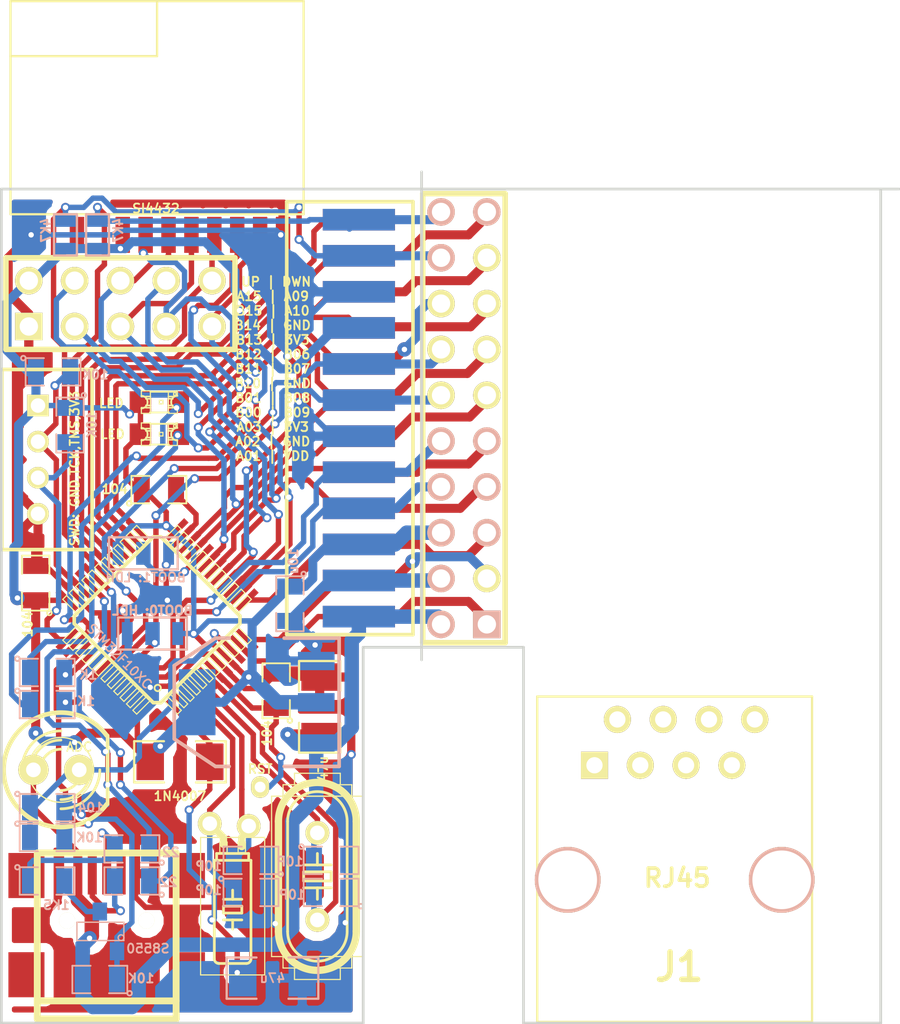
<source format=kicad_pcb>
(kicad_pcb (version 3) (host pcbnew "(2013-07-07 BZR 4022)-stable")
  (layers (15 F.Cu signal) (0 B.Cu signal) (18 B.Paste user) (19 F.Paste user) (20 B.SilkS user) (21 F.SilkS user) (22 B.Mask user) (23 F.Mask user) (28 Edge.Cuts user))
  (net 0 "")
  (net 1 +3.3V)
  (net 2 /A1)
  (net 3 /A10)
  (net 4 /A15)
  (net 5 /A2)
  (net 6 /A3)
  (net 7 /A9)
  (net 8 /ADC)
  (net 9 /B0)
  (net 10 /B1)
  (net 11 /B10)
  (net 12 /B11)
  (net 13 /B12)
  (net 14 /B13)
  (net 15 /B14)
  (net 16 /B15)
  (net 17 /B6)
  (net 18 /B7)
  (net 19 /B8)
  (net 20 /B9)
  (net 21 /LED0)
  (net 22 /LED1)
  (net 23 /RF2SEL)
  (net 24 /RFSCK)
  (net 25 /RFSDI)
  (net 26 /RFSDO)
  (net 27 /RFnSEL)
  (net 28 /TCK)
  (net 29 /TMS)
  (net 30 /USBDM)
  (net 31 /USBDP)
  (net 32 /USBI)
  (net 33 /nRST)
  (net 34 GND)
  (net 35 N-000001)
  (net 36 N-0000011)
  (net 37 N-0000013)
  (net 38 N-0000014)
  (net 39 N-0000015)
  (net 40 N-0000016)
  (net 41 N-0000017)
  (net 42 N-0000018)
  (net 43 N-0000019)
  (net 44 N-000002)
  (net 45 N-0000020)
  (net 46 N-0000034)
  (net 47 N-0000035)
  (net 48 N-0000052)
  (net 49 N-0000058)
  (net 50 N-0000059)
  (net 51 N-0000060)
  (net 52 N-0000065)
  (net 53 N-0000082)
  (net 54 N-000009)
  (net 55 VDD)
  (module SM1206 (layer F.Cu) (at 56.769 61.722 90)
    (fp_text reference C6 hide)
    (fp_text value 47u (at -3.429 0.1905 90) (layer F.SilkS) (effects (font (size 0.5 0.5) (thickness 0.1))))
    (pad 1 smd rect (at -1.651 0 90) (size 1.524 2.032) (layers F.Cu F.Paste F.Mask) (net 55 VDD))
    (pad 2 smd rect (at 1.651 0 90) (size 1.524 2.032) (layers F.Cu F.Paste F.Mask) (net 34 GND))
  )
  (module SM1206 (layer F.Cu) (at 49.022 64.77)
    (fp_text reference D1 hide)
    (fp_text value 1N4007 (at 0 1.905) (layer F.SilkS) (effects (font (size 0.5 0.5) (thickness 0.1))))
    (pad 1 smd rect (at -1.651 0) (size 1.524 2.032) (layers F.Cu F.Paste F.Mask) (net 1 +3.3V))
    (pad 2 smd rect (at 1.651 0) (size 1.524 2.032) (layers F.Cu F.Paste F.Mask) (net 47 N-0000035))
  )
  (module SM0805 (layer B.Cu) (at 57.404 72.009 180)
    (fp_text reference C2 hide)
    (fp_text value 10P (at 2.159 -0.127 180) (layer B.SilkS) (effects (font (size 0.50038 0.50038) (thickness 0.10922)) (justify mirror)))
    (pad 1 smd rect (at -0.9525 0 180) (size 0.889 1.397) (layers B.Cu B.Paste B.Mask) (net 34 GND))
    (pad 2 smd rect (at 0.9525 0 180) (size 0.889 1.397) (layers B.Cu B.Paste B.Mask) (net 54 N-000009))
  )
  (module SM0805 (layer B.Cu) (at 41.9862 43.1546)
    (fp_text reference R6 hide)
    (fp_text value 10K (at 2.3368 0.1524) (layer B.SilkS) (effects (font (size 0.50038 0.50038) (thickness 0.10922)) (justify mirror)))
    (pad 1 smd rect (at -0.9525 0) (size 0.889 1.397) (layers B.Cu B.Paste B.Mask) (net 1 +3.3V))
    (pad 2 smd rect (at 0.9525 0) (size 0.889 1.397) (layers B.Cu B.Paste B.Mask) (net 29 /TMS))
  )
  (module SM0805 (layer B.Cu) (at 42.926 46.101 270)
    (fp_text reference R5 hide)
    (fp_text value 10K (at 0 -1.2065 270) (layer B.SilkS) (effects (font (size 0.50038 0.50038) (thickness 0.10922)) (justify mirror)))
    (pad 1 smd rect (at -0.9525 0 270) (size 0.889 1.397) (layers B.Cu B.Paste B.Mask) (net 1 +3.3V))
    (pad 2 smd rect (at 0.9525 0 270) (size 0.889 1.397) (layers B.Cu B.Paste B.Mask) (net 28 /TCK))
  )
  (module SM0805 (layer B.Cu) (at 41.656 71.374)
    (fp_text reference R8 hide)
    (fp_text value 1K5 (at 0.508 1.3335) (layer B.SilkS) (effects (font (size 0.50038 0.50038) (thickness 0.10922)) (justify mirror)))
    (pad 1 smd rect (at -0.9525 0) (size 0.889 1.397) (layers B.Cu B.Paste B.Mask) (net 48 N-0000052))
    (pad 2 smd rect (at 0.9525 0) (size 0.889 1.397) (layers B.Cu B.Paste B.Mask) (net 53 N-0000082))
  )
  (module SM0805 (layer B.Cu) (at 41.656 59.817)
    (fp_text reference R17 hide)
    (fp_text value 1K (at 2.286 0.127) (layer B.SilkS) (effects (font (size 0.50038 0.50038) (thickness 0.10922)) (justify mirror)))
    (pad 1 smd rect (at -0.9525 0) (size 0.889 1.397) (layers B.Cu B.Paste B.Mask) (net 50 N-0000059))
    (pad 2 smd rect (at 0.9525 0) (size 0.889 1.397) (layers B.Cu B.Paste B.Mask) (net 21 /LED0))
  )
  (module SM0805 (layer B.Cu) (at 41.656 61.595)
    (fp_text reference R18 hide)
    (fp_text value 1K (at 2.159 -0.1905) (layer B.SilkS) (effects (font (size 0.50038 0.50038) (thickness 0.10922)) (justify mirror)))
    (pad 1 smd rect (at -0.9525 0) (size 0.889 1.397) (layers B.Cu B.Paste B.Mask) (net 49 N-0000058))
    (pad 2 smd rect (at 0.9525 0) (size 0.889 1.397) (layers B.Cu B.Paste B.Mask) (net 22 /LED1))
  )
  (module SM0805 (layer B.Cu) (at 44.577 76.835 180)
    (fp_text reference R9 hide)
    (fp_text value 10K (at -2.286 0.0635 180) (layer B.SilkS) (effects (font (size 0.50038 0.50038) (thickness 0.10922)) (justify mirror)))
    (pad 1 smd rect (at -0.9525 0 180) (size 0.889 1.397) (layers B.Cu B.Paste B.Mask) (net 32 /USBI))
    (pad 2 smd rect (at 0.9525 0 180) (size 0.889 1.397) (layers B.Cu B.Paste B.Mask) (net 55 VDD))
  )
  (module SM0805 (layer B.Cu) (at 55.118 56.007 270)
    (fp_text reference C7 hide)
    (fp_text value 10u (at -2.3495 -0.1905 270) (layer B.SilkS) (effects (font (size 0.50038 0.50038) (thickness 0.10922)) (justify mirror)))
    (pad 1 smd rect (at -0.9525 0 270) (size 0.889 1.397) (layers B.Cu B.Paste B.Mask) (net 1 +3.3V))
    (pad 2 smd rect (at 0.9525 0 270) (size 0.889 1.397) (layers B.Cu B.Paste B.Mask) (net 34 GND))
  )
  (module SM0805 (layer F.Cu) (at 41.021 54.864 90)
    (fp_text reference C8 hide)
    (fp_text value 104 (at -2.286 -0.4445 90) (layer F.SilkS) (effects (font (size 0.50038 0.50038) (thickness 0.10922))))
    (pad 1 smd rect (at -0.9525 0 90) (size 0.889 1.397) (layers F.Cu F.Paste F.Mask) (net 1 +3.3V))
    (pad 2 smd rect (at 0.9525 0 90) (size 0.889 1.397) (layers F.Cu F.Paste F.Mask) (net 34 GND))
  )
  (module SM0805 (layer B.Cu) (at 52.959 72.009)
    (fp_text reference C4 hide)
    (fp_text value 10P (at -2.3495 -0.127) (layer B.SilkS) (effects (font (size 0.50038 0.50038) (thickness 0.10922)) (justify mirror)))
    (pad 1 smd rect (at -0.9525 0) (size 0.889 1.397) (layers B.Cu B.Paste B.Mask) (net 51 N-0000060))
    (pad 2 smd rect (at 0.9525 0) (size 0.889 1.397) (layers B.Cu B.Paste B.Mask) (net 34 GND))
  )
  (module SM0805 (layer B.Cu) (at 52.959 70.231 180)
    (fp_text reference C5 hide)
    (fp_text value 10P (at 2.3495 -0.3175 180) (layer B.SilkS) (effects (font (size 0.50038 0.50038) (thickness 0.10922)) (justify mirror)))
    (pad 1 smd rect (at -0.9525 0 180) (size 0.889 1.397) (layers B.Cu B.Paste B.Mask) (net 34 GND))
    (pad 2 smd rect (at 0.9525 0 180) (size 0.889 1.397) (layers B.Cu B.Paste B.Mask) (net 36 N-0000011))
  )
  (module SM0805 (layer B.Cu) (at 57.404 70.231)
    (fp_text reference C1 hide)
    (fp_text value 10P (at -2.286 0.0635) (layer B.SilkS) (effects (font (size 0.50038 0.50038) (thickness 0.10922)) (justify mirror)))
    (pad 1 smd rect (at -0.9525 0) (size 0.889 1.397) (layers B.Cu B.Paste B.Mask) (net 52 N-0000065))
    (pad 2 smd rect (at 0.9525 0) (size 0.889 1.397) (layers B.Cu B.Paste B.Mask) (net 34 GND))
  )
  (module SM0805 (layer F.Cu) (at 54.356 60.833 90)
    (fp_text reference C3 hide)
    (fp_text value 104 (at -2.3495 -0.508 90) (layer F.SilkS) (effects (font (size 0.50038 0.50038) (thickness 0.10922))))
    (pad 1 smd rect (at -0.9525 0 90) (size 0.889 1.397) (layers F.Cu F.Paste F.Mask) (net 33 /nRST))
    (pad 2 smd rect (at 0.9525 0 90) (size 0.889 1.397) (layers F.Cu F.Paste F.Mask) (net 34 GND))
  )
  (module SM0805 (layer B.Cu) (at 41.656 67.31)
    (fp_text reference C10 hide)
    (fp_text value 104 (at 2.413 0) (layer B.SilkS) (effects (font (size 0.50038 0.50038) (thickness 0.10922)) (justify mirror)))
    (pad 1 smd rect (at -0.9525 0) (size 0.889 1.397) (layers B.Cu B.Paste B.Mask) (net 8 /ADC))
    (pad 2 smd rect (at 0.9525 0) (size 0.889 1.397) (layers B.Cu B.Paste B.Mask) (net 34 GND))
  )
  (module SM0805 (layer B.Cu) (at 41.656 68.961)
    (fp_text reference R12 hide)
    (fp_text value 10K (at 2.3495 0) (layer B.SilkS) (effects (font (size 0.50038 0.50038) (thickness 0.10922)) (justify mirror)))
    (pad 1 smd rect (at -0.9525 0) (size 0.889 1.397) (layers B.Cu B.Paste B.Mask) (net 8 /ADC))
    (pad 2 smd rect (at 0.9525 0) (size 0.889 1.397) (layers B.Cu B.Paste B.Mask) (net 34 GND))
  )
  (module SM0805 (layer B.Cu) (at 46.355 69.596 180)
    (fp_text reference R26 hide)
    (fp_text value 22 (at -2.159 -0.1905 180) (layer B.SilkS) (effects (font (size 0.50038 0.50038) (thickness 0.10922)) (justify mirror)))
    (pad 1 smd rect (at -0.9525 0 180) (size 0.889 1.397) (layers B.Cu B.Paste B.Mask) (net 31 /USBDP))
    (pad 2 smd rect (at 0.9525 0 180) (size 0.889 1.397) (layers B.Cu B.Paste B.Mask) (net 48 N-0000052))
  )
  (module SM0805 (layer B.Cu) (at 46.355 71.374 180)
    (fp_text reference R27 hide)
    (fp_text value 22 (at -2.032 -0.0635 180) (layer B.SilkS) (effects (font (size 0.50038 0.50038) (thickness 0.10922)) (justify mirror)))
    (pad 1 smd rect (at -0.9525 0 180) (size 0.889 1.397) (layers B.Cu B.Paste B.Mask) (net 30 /USBDM))
    (pad 2 smd rect (at 0.9525 0 180) (size 0.889 1.397) (layers B.Cu B.Paste B.Mask) (net 35 N-000001))
  )
  (module SM0603 (layer B.Cu) (at 42.672 35.56 90)
    (fp_text reference R3 hide)
    (fp_text value 4K7 (at 0.254 -1.0795 90) (layer B.SilkS) (effects (font (size 0.508 0.4572) (thickness 0.1143)) (justify mirror)))
    (pad 1 smd rect (at -0.762 0 90) (size 0.635 1.143) (layers B.Cu B.Paste B.Mask) (net 1 +3.3V))
    (pad 2 smd rect (at 0.762 0 90) (size 0.635 1.143) (layers B.Cu B.Paste B.Mask) (net 3 /A10))
  )
  (module SM0603 (layer B.Cu) (at 44.45 35.56 90)
    (fp_text reference R4 hide)
    (fp_text value 4K7 (at 0.254 1.143 90) (layer B.SilkS) (effects (font (size 0.508 0.4572) (thickness 0.1143)) (justify mirror)))
    (pad 1 smd rect (at -0.762 0 90) (size 0.635 1.143) (layers B.Cu B.Paste B.Mask) (net 1 +3.3V))
    (pad 2 smd rect (at 0.762 0 90) (size 0.635 1.143) (layers B.Cu B.Paste B.Mask) (net 7 /A9))
  )
  (module RJ45_8 (layer F.Cu) (at 76.454 71.3105)
    (fp_text reference J1 (at 0.254 4.826) (layer F.SilkS) (effects (font (size 1.524 1.524) (thickness 0.3048))))
    (fp_text value RJ45 (at 0.14224 -0.1016) (layer F.SilkS) (effects (font (size 1.00076 1.00076) (thickness 0.2032))))
    (pad Hole np_thru_hole circle (at 5.93852 0) (size 3.64998 3.64998) (drill 3.2512) (layers *.Cu *.SilkS *.Mask))
    (pad Hole np_thru_hole circle (at -5.9309 0) (size 3.64998 3.64998) (drill 3.2512) (layers *.Cu *.SilkS *.Mask))
    (pad 1 thru_hole rect (at -4.445 -6.35) (size 1.50114 1.50114) (drill 0.89916) (layers *.Cu *.Mask F.SilkS) (net 40 N-0000016))
    (pad 2 thru_hole circle (at -3.175 -8.89) (size 1.50114 1.50114) (drill 0.89916) (layers *.Cu *.Mask F.SilkS) (net 41 N-0000017))
    (pad 3 thru_hole circle (at -1.905 -6.35) (size 1.50114 1.50114) (drill 0.89916) (layers *.Cu *.Mask F.SilkS) (net 42 N-0000018))
    (pad 4 thru_hole circle (at -0.635 -8.89) (size 1.50114 1.50114) (drill 0.89916) (layers *.Cu *.Mask F.SilkS) (net 43 N-0000019))
    (pad 5 thru_hole circle (at 0.635 -6.35) (size 1.50114 1.50114) (drill 0.89916) (layers *.Cu *.Mask F.SilkS) (net 45 N-0000020))
    (pad 6 thru_hole circle (at 1.905 -8.89) (size 1.50114 1.50114) (drill 0.89916) (layers *.Cu *.Mask F.SilkS) (net 37 N-0000013))
    (pad 7 thru_hole circle (at 3.175 -6.35) (size 1.50114 1.50114) (drill 0.89916) (layers *.Cu *.Mask F.SilkS) (net 38 N-0000014))
    (pad 8 thru_hole circle (at 4.445 -8.89) (size 1.50114 1.50114) (drill 0.89916) (layers *.Cu *.Mask F.SilkS) (net 39 N-0000015))
  )
  (module PIN_ARRAY_5x2 (layer F.Cu) (at 45.72 39.37)
    (fp_text reference P3 hide)
    (fp_text value nRF24L01 hide)
    (pad 1 thru_hole rect (at -5.08 1.27) (size 1.524 1.524) (drill 1.016) (layers *.Cu *.Mask F.SilkS) (net 34 GND))
    (pad 2 thru_hole circle (at -5.08 -1.27) (size 1.524 1.524) (drill 1.016) (layers *.Cu *.Mask F.SilkS) (net 1 +3.3V))
    (pad 3 thru_hole circle (at -2.54 1.27) (size 1.524 1.524) (drill 1.016) (layers *.Cu *.Mask F.SilkS) (net 12 /B11))
    (pad 4 thru_hole circle (at -2.54 -1.27) (size 1.524 1.524) (drill 1.016) (layers *.Cu *.Mask F.SilkS) (net 27 /RFnSEL))
    (pad 5 thru_hole circle (at 0 1.27) (size 1.524 1.524) (drill 1.016) (layers *.Cu *.Mask F.SilkS) (net 24 /RFSCK))
    (pad 6 thru_hole circle (at 0 -1.27) (size 1.524 1.524) (drill 1.016) (layers *.Cu *.Mask F.SilkS) (net 25 /RFSDI))
    (pad 7 thru_hole circle (at 2.54 1.27) (size 1.524 1.524) (drill 1.016) (layers *.Cu *.Mask F.SilkS) (net 26 /RFSDO))
    (pad 8 thru_hole circle (at 2.54 -1.27) (size 1.524 1.524) (drill 1.016) (layers *.Cu *.Mask F.SilkS) (net 9 /B0))
    (pad 9 thru_hole circle (at 5.08 1.27) (size 1.524 1.524) (drill 1.016) (layers *.Cu *.Mask F.SilkS) (net 11 /B10))
    (pad 10 thru_hole circle (at 5.08 -1.27) (size 1.524 1.524) (drill 1.016) (layers *.Cu *.Mask F.SilkS) (net 23 /RF2SEL))
  )
  (module LED-5MM (layer F.Cu) (at 42.164 65.2145)
    (fp_text reference VR1 hide)
    (fp_text value ADC (at 1.27 -1.27) (layer F.SilkS) (effects (font (size 0.5 0.5) (thickness 0.0889))))
    (pad 1 thru_hole circle (at -1.27 0) (size 1.6764 1.6764) (drill 0.8128) (layers *.Cu *.Mask F.SilkS) (net 55 VDD))
    (pad 2 thru_hole circle (at 1.27 0) (size 1.6764 1.6764) (drill 0.8128) (layers *.Cu *.Mask F.SilkS) (net 8 /ADC))
  )
  (module LED-0805 (layer F.Cu) (at 47.879 46.609)
    (fp_text reference D3 hide)
    (fp_text value LED (at -2.6035 0) (layer F.SilkS) (effects (font (size 0.5 0.5) (thickness 0.1))))
    (pad 1 smd rect (at -1.04902 0) (size 1.19888 1.19888) (layers F.Cu F.Paste F.Mask) (net 1 +3.3V))
    (pad 2 smd rect (at 1.04902 0) (size 1.19888 1.19888) (layers F.Cu F.Paste F.Mask) (net 50 N-0000059))
  )
  (module LED-0805 (layer F.Cu) (at 47.879 44.831)
    (fp_text reference D4 hide)
    (fp_text value LED (at -2.667 0.0635) (layer F.SilkS) (effects (font (size 0.5 0.5) (thickness 0.1))))
    (pad 1 smd rect (at -1.04902 0) (size 1.19888 1.19888) (layers F.Cu F.Paste F.Mask) (net 1 +3.3V))
    (pad 2 smd rect (at 1.04902 0) (size 1.19888 1.19888) (layers F.Cu F.Paste F.Mask) (net 49 N-0000058))
  )
  (module nxp-LQFP48 (layer F.Cu) (at 47.752 56.896 135)
    (fp_text reference U1 hide)
    (fp_text value STM32F10XC (at 0.044901 -2.918583 135) (layer B.SilkS) (effects (font (size 0.5 0.5) (thickness 0.0889))))
    (pad 1 smd rect (at -4.29768 -2.74828 135) (size 1.4986 0.34798) (layers F.Cu F.Paste F.Mask) (net 47 N-0000035))
    (pad 2 smd rect (at -4.29768 -2.2479 135) (size 1.4986 0.34798) (layers F.Cu F.Paste F.Mask))
    (pad 3 smd rect (at -4.29768 -1.74752 135) (size 1.4986 0.34798) (layers F.Cu F.Paste F.Mask) (net 51 N-0000060))
    (pad 4 smd rect (at -4.29768 -1.24968 135) (size 1.4986 0.34798) (layers F.Cu F.Paste F.Mask) (net 36 N-0000011))
    (pad 5 smd rect (at -4.29768 -0.7493 135) (size 1.4986 0.34798) (layers F.Cu F.Paste F.Mask) (net 52 N-0000065))
    (pad 6 smd rect (at -4.29768 -0.24892 135) (size 1.4986 0.34798) (layers F.Cu F.Paste F.Mask) (net 54 N-000009))
    (pad 7 smd rect (at -4.29768 0.24892 135) (size 1.4986 0.34798) (layers F.Cu F.Paste F.Mask) (net 33 /nRST))
    (pad 8 smd rect (at -4.29768 0.7493 135) (size 1.4986 0.34798) (layers F.Cu F.Paste F.Mask) (net 34 GND))
    (pad 9 smd rect (at -4.29768 1.24968 135) (size 1.4986 0.34798) (layers F.Cu F.Paste F.Mask) (net 1 +3.3V))
    (pad 10 smd rect (at -4.29768 1.74752 135) (size 1.4986 0.34798) (layers F.Cu F.Paste F.Mask) (net 8 /ADC))
    (pad 11 smd rect (at -4.29768 2.2479 135) (size 1.4986 0.34798) (layers F.Cu F.Paste F.Mask) (net 2 /A1))
    (pad 12 smd rect (at -4.29768 2.74828 135) (size 1.4986 0.34798) (layers F.Cu F.Paste F.Mask) (net 5 /A2))
    (pad 13 smd rect (at -2.74828 4.29768 135) (size 0.34798 1.4986) (layers F.Cu F.Paste F.Mask) (net 6 /A3))
    (pad 14 smd rect (at -2.2479 4.29768 135) (size 0.34798 1.4986) (layers F.Cu F.Paste F.Mask) (net 27 /RFnSEL))
    (pad 15 smd rect (at -1.74752 4.29768 135) (size 0.34798 1.4986) (layers F.Cu F.Paste F.Mask) (net 24 /RFSCK))
    (pad 16 smd rect (at -1.24968 4.29768 135) (size 0.34798 1.4986) (layers F.Cu F.Paste F.Mask) (net 26 /RFSDO))
    (pad 17 smd rect (at -0.7493 4.29768 135) (size 0.34798 1.4986) (layers F.Cu F.Paste F.Mask) (net 25 /RFSDI))
    (pad 18 smd rect (at -0.24892 4.29768 135) (size 0.34798 1.4986) (layers F.Cu F.Paste F.Mask) (net 9 /B0))
    (pad 19 smd rect (at 0.24892 4.29768 135) (size 0.34798 1.4986) (layers F.Cu F.Paste F.Mask) (net 10 /B1))
    (pad 20 smd rect (at 0.7493 4.29768 135) (size 0.34798 1.4986) (layers F.Cu F.Paste F.Mask) (net 46 N-0000034))
    (pad 21 smd rect (at 1.24968 4.29768 135) (size 0.34798 1.4986) (layers F.Cu F.Paste F.Mask) (net 11 /B10))
    (pad 22 smd rect (at 1.74752 4.29768 135) (size 0.34798 1.4986) (layers F.Cu F.Paste F.Mask) (net 12 /B11))
    (pad 23 smd rect (at 2.2479 4.29768 135) (size 0.34798 1.4986) (layers F.Cu F.Paste F.Mask) (net 34 GND))
    (pad 24 smd rect (at 2.74828 4.29768 135) (size 0.34798 1.4986) (layers F.Cu F.Paste F.Mask) (net 1 +3.3V))
    (pad 25 smd rect (at 4.29768 2.74828 135) (size 1.4986 0.34798) (layers F.Cu F.Paste F.Mask) (net 13 /B12))
    (pad 26 smd rect (at 4.29768 2.2479 135) (size 1.4986 0.34798) (layers F.Cu F.Paste F.Mask) (net 14 /B13))
    (pad 27 smd rect (at 4.29768 1.74752 135) (size 1.4986 0.34798) (layers F.Cu F.Paste F.Mask) (net 15 /B14))
    (pad 28 smd rect (at 4.29768 1.24968 135) (size 1.4986 0.34798) (layers F.Cu F.Paste F.Mask) (net 16 /B15))
    (pad 29 smd rect (at 4.29768 0.7493 135) (size 1.4986 0.34798) (layers F.Cu F.Paste F.Mask) (net 23 /RF2SEL))
    (pad 30 smd rect (at 4.29768 0.24892 135) (size 1.4986 0.34798) (layers F.Cu F.Paste F.Mask) (net 7 /A9))
    (pad 31 smd rect (at 4.29768 -0.24892 135) (size 1.4986 0.34798) (layers F.Cu F.Paste F.Mask) (net 3 /A10))
    (pad 32 smd rect (at 4.29768 -0.7493 135) (size 1.4986 0.34798) (layers F.Cu F.Paste F.Mask) (net 30 /USBDM))
    (pad 33 smd rect (at 4.29768 -1.24968 135) (size 1.4986 0.34798) (layers F.Cu F.Paste F.Mask) (net 31 /USBDP))
    (pad 34 smd rect (at 4.29768 -1.74752 135) (size 1.4986 0.34798) (layers F.Cu F.Paste F.Mask) (net 29 /TMS))
    (pad 35 smd rect (at 4.29768 -2.2479 135) (size 1.4986 0.34798) (layers F.Cu F.Paste F.Mask) (net 34 GND))
    (pad 36 smd rect (at 4.29768 -2.74828 135) (size 1.4986 0.34798) (layers F.Cu F.Paste F.Mask) (net 1 +3.3V))
    (pad 37 smd rect (at 2.74828 -4.29768 135) (size 0.34798 1.4986) (layers F.Cu F.Paste F.Mask) (net 28 /TCK))
    (pad 38 smd rect (at 2.2479 -4.29768 135) (size 0.34798 1.4986) (layers F.Cu F.Paste F.Mask) (net 4 /A15))
    (pad 39 smd rect (at 1.74752 -4.29768 135) (size 0.34798 1.4986) (layers F.Cu F.Paste F.Mask) (net 32 /USBI))
    (pad 40 smd rect (at 1.24968 -4.29768 135) (size 0.34798 1.4986) (layers F.Cu F.Paste F.Mask) (net 21 /LED0))
    (pad 41 smd rect (at 0.7493 -4.29768 135) (size 0.34798 1.4986) (layers F.Cu F.Paste F.Mask) (net 22 /LED1))
    (pad 42 smd rect (at 0.24892 -4.29768 135) (size 0.34798 1.4986) (layers F.Cu F.Paste F.Mask) (net 17 /B6))
    (pad 43 smd rect (at -0.24892 -4.29768 135) (size 0.34798 1.4986) (layers F.Cu F.Paste F.Mask) (net 18 /B7))
    (pad 44 smd rect (at -0.7493 -4.29768 135) (size 0.34798 1.4986) (layers F.Cu F.Paste F.Mask) (net 44 N-000002))
    (pad 45 smd rect (at -1.24968 -4.29768 135) (size 0.34798 1.4986) (layers F.Cu F.Paste F.Mask) (net 19 /B8))
    (pad 46 smd rect (at -1.74752 -4.29768 135) (size 0.34798 1.4986) (layers F.Cu F.Paste F.Mask) (net 20 /B9))
    (pad 47 smd rect (at -2.2479 -4.29768 135) (size 0.34798 1.4986) (layers F.Cu F.Paste F.Mask) (net 34 GND))
    (pad 48 smd rect (at -2.74828 -4.29768 135) (size 0.34798 1.4986) (layers F.Cu F.Paste F.Mask) (net 1 +3.3V))
  )
  (module SI4432 (layer F.Cu) (at 47.752 30.734)
    (fp_text reference P2 hide)
    (fp_text value SI4432 (at -0.0635 3.3655) (layer F.SilkS) (effects (font (size 0.5 0.5) (thickness 0.1))))
    (pad 1 smd rect (at -6.985 4.826) (size 0.8 2) (layers F.Cu F.Paste F.Mask) (net 34 GND) (clearance 0.1))
    (pad 3 smd rect (at -4.445 4.826) (size 0.8 2) (layers F.Cu F.Paste F.Mask))
    (pad 5 smd rect (at -1.905 4.826) (size 0.8 2) (layers F.Cu F.Paste F.Mask) (net 1 +3.3V))
    (pad 6 smd rect (at -0.635 4.826) (size 0.8 2) (layers F.Cu F.Paste F.Mask) (net 26 /RFSDO))
    (pad 7 smd rect (at 0.635 4.826) (size 0.8 2) (layers F.Cu F.Paste F.Mask) (net 25 /RFSDI))
    (pad 8 smd rect (at 1.905 4.826) (size 0.8 2) (layers F.Cu F.Paste F.Mask) (net 24 /RFSCK))
    (pad 9 smd rect (at 3.175 4.826) (size 0.8 2) (layers F.Cu F.Paste F.Mask) (net 23 /RF2SEL))
    (pad 10 smd rect (at 4.445 4.826) (size 0.8 2) (layers F.Cu F.Paste F.Mask) (net 10 /B1))
    (pad 11 smd rect (at 5.715 4.826) (size 0.8 2) (layers F.Cu F.Paste F.Mask) (net 11 /B10))
    (pad 12 smd rect (at 6.985 4.826) (size 0.8 2) (layers F.Cu F.Paste F.Mask) (net 34 GND))
  )
  (module pin_array_10x2 (layer F.Cu) (at 64.77 45.72 90)
    (fp_text reference P5 hide)
    (fp_text value CONN_10X2 hide)
    (pad 19 thru_hole circle (at 11.43 1.27 90) (size 1.524 1.524) (drill 1.016) (layers *.Cu *.SilkS *.Mask) (net 16 /B15))
    (pad 20 thru_hole circle (at 11.43 -1.27 90) (size 1.524 1.524) (drill 1.016) (layers *.Cu *.SilkS *.Mask) (net 7 /A9))
    (pad 18 thru_hole circle (at 8.89 -1.27 90) (size 1.524 1.524) (drill 1.016) (layers *.Cu *.SilkS *.Mask) (net 3 /A10))
    (pad 17 thru_hole circle (at 8.89 1.27 90) (size 1.524 1.524) (drill 1.016) (layers *.Cu *.Mask F.SilkS) (net 15 /B14))
    (pad 1 thru_hole rect (at -11.43 1.27 90) (size 1.524 1.524) (drill 1.016) (layers *.Cu *.SilkS *.Mask) (net 2 /A1))
    (pad 2 thru_hole circle (at -11.43 -1.27 90) (size 1.524 1.524) (drill 1.016) (layers *.Cu *.SilkS *.Mask) (net 55 VDD))
    (pad 3 thru_hole circle (at -8.89 1.27 90) (size 1.524 1.524) (drill 1.016) (layers *.Cu *.Mask F.SilkS) (net 5 /A2))
    (pad 4 thru_hole circle (at -8.89 -1.27 90) (size 1.524 1.524) (drill 1.016) (layers *.Cu *.SilkS *.Mask) (net 34 GND))
    (pad 5 thru_hole circle (at -6.35 1.27 90) (size 1.524 1.524) (drill 1.016) (layers *.Cu *.SilkS *.Mask) (net 6 /A3))
    (pad 6 thru_hole circle (at -6.35 -1.27 90) (size 1.524 1.524) (drill 1.016) (layers *.Cu *.SilkS *.Mask) (net 1 +3.3V))
    (pad 7 thru_hole circle (at -3.81 1.27 90) (size 1.524 1.524) (drill 1.016) (layers *.Cu *.SilkS *.Mask) (net 9 /B0))
    (pad 8 thru_hole circle (at -3.81 -1.27 90) (size 1.524 1.524) (drill 1.016) (layers *.Cu *.SilkS *.Mask) (net 20 /B9))
    (pad 9 thru_hole circle (at -1.27 1.27 90) (size 1.524 1.524) (drill 1.016) (layers *.Cu *.SilkS *.Mask) (net 10 /B1))
    (pad 10 thru_hole circle (at -1.27 -1.27 90) (size 1.524 1.524) (drill 1.016) (layers *.Cu *.SilkS *.Mask) (net 19 /B8))
    (pad 11 thru_hole circle (at 1.27 1.27 90) (size 1.524 1.524) (drill 1.016) (layers *.Cu *.Mask F.SilkS) (net 11 /B10))
    (pad 12 thru_hole circle (at 1.27 -1.27 90) (size 1.524 1.524) (drill 1.016) (layers *.Cu *.Mask F.SilkS) (net 18 /B7))
    (pad 13 thru_hole circle (at 3.81 1.27 90) (size 1.524 1.524) (drill 1.016) (layers *.Cu *.Mask F.SilkS) (net 12 /B11))
    (pad 14 thru_hole circle (at 3.81 -1.27 90) (size 1.524 1.524) (drill 1.016) (layers *.Cu *.Mask F.SilkS) (net 17 /B6))
    (pad 15 thru_hole circle (at 6.35 1.27 90) (size 1.524 1.524) (drill 1.016) (layers *.Cu *.Mask F.SilkS) (net 14 /B13))
    (pad 16 thru_hole circle (at 6.35 -1.27 90) (size 1.524 1.524) (drill 1.016) (layers *.Cu *.Mask F.SilkS) (net 13 /B12))
  )
  (module crystal-TC26H (layer F.Cu) (at 51.943 68.199 180)
    (fp_text reference X2 hide)
    (fp_text value 32.768K hide)
    (pad 1 thru_hole circle (at -0.889 -0.127 180) (size 1.3208 1.3208) (drill 0.8128) (layers *.Cu F.Paste F.SilkS F.Mask) (net 36 N-0000011))
    (pad 2 thru_hole circle (at 1.27 0 180) (size 1.3208 1.3208) (drill 0.8128) (layers *.Cu F.Paste F.SilkS F.Mask) (net 51 N-0000060))
  )
  (module crystal-HC49/S (layer F.Cu) (at 56.642 71.12 270)
    (fp_text reference X1 hide)
    (fp_text value 8M hide)
    (pad 1 thru_hole circle (at -2.413 0 270) (size 1.3208 1.3208) (drill 0.8128) (layers *.Cu F.Paste F.SilkS F.Mask) (net 52 N-0000065))
    (pad 2 thru_hole circle (at 2.413 0 270) (size 1.3208 1.3208) (drill 0.8128) (layers *.Cu F.Paste F.SilkS F.Mask) (net 54 N-000009))
  )
  (module Conn2mm12x2 (layer F.Cu) (at 59.944 45.72 90)
    (fp_text reference P4 hide)
    (fp_text value CONN_2mm hide)
    (pad 22 smd rect (at 8.99922 -1.00076 90) (size 1.19888 4.0005) (layers B.Cu B.Paste B.Mask) (net 3 /A10))
    (pad 21 smd rect (at 8.99922 -1.00076 90) (size 1.19888 4.0005) (layers F.Cu F.Paste F.Mask) (net 16 /B15))
    (pad 23 smd rect (at 11.00074 -1.00076 90) (size 1.19888 4.0005) (layers F.Cu F.Paste F.Mask) (net 4 /A15))
    (pad 24 smd rect (at 11.00074 -1.00076 90) (size 1.19888 4.0005) (layers B.Cu B.Paste B.Mask) (net 7 /A9))
    (pad 20 smd rect (at 7.00278 -1.00076 90) (size 1.19888 4.0005) (layers B.Cu B.Paste B.Mask) (net 34 GND))
    (pad 19 smd rect (at 7.00278 -1.00076 90) (size 1.19888 4.0005) (layers F.Cu F.Paste F.Mask) (net 15 /B14))
    (pad 17 smd rect (at 5.00126 -1.00076 90) (size 1.19888 4.0005) (layers F.Cu F.Paste F.Mask) (net 14 /B13))
    (pad 18 smd rect (at 5.00126 -1.00076 90) (size 1.19888 4.0005) (layers B.Cu B.Paste B.Mask) (net 1 +3.3V))
    (pad 14 smd rect (at 1.00076 -1.00076 90) (size 1.19888 4.0005) (layers B.Cu B.Paste B.Mask) (net 18 /B7))
    (pad 13 smd rect (at 1.00076 -1.00076 90) (size 1.19888 4.0005) (layers F.Cu F.Paste F.Mask) (net 12 /B11))
    (pad 15 smd rect (at 3.00228 -1.00076 90) (size 1.19888 4.0005) (layers F.Cu F.Paste F.Mask) (net 13 /B12))
    (pad 16 smd rect (at 3.00228 -1.00076 90) (size 1.19888 4.0005) (layers B.Cu B.Paste B.Mask) (net 17 /B6))
    (pad 12 smd rect (at -0.99822 -1.00076 90) (size 1.19888 4.0005) (layers B.Cu B.Paste B.Mask) (net 34 GND))
    (pad 11 smd rect (at -0.99822 -1.00076 90) (size 1.19888 4.0005) (layers F.Cu F.Paste F.Mask) (net 11 /B10))
    (pad 9 smd rect (at -2.99974 -1.00076 90) (size 1.19888 4.0005) (layers F.Cu F.Paste F.Mask) (net 10 /B1))
    (pad 10 smd rect (at -2.99974 -1.00076 90) (size 1.19888 4.0005) (layers B.Cu B.Paste B.Mask) (net 19 /B8))
    (pad 6 smd rect (at -7.00024 -1.00076 90) (size 1.19888 4.0005) (layers B.Cu B.Paste B.Mask) (net 1 +3.3V))
    (pad 5 smd rect (at -7.00024 -1.00076 90) (size 1.19888 4.0005) (layers F.Cu F.Paste F.Mask) (net 6 /A3))
    (pad 7 smd rect (at -4.99872 -1.00076 90) (size 1.19888 4.0005) (layers F.Cu F.Paste F.Mask) (net 9 /B0))
    (pad 8 smd rect (at -4.99872 -1.00076 90) (size 1.19888 4.0005) (layers B.Cu B.Paste B.Mask) (net 20 /B9))
    (pad 4 smd rect (at -8.99922 -1.00076 90) (size 1.19888 4.0005) (layers B.Cu B.Paste B.Mask) (net 34 GND))
    (pad 3 smd rect (at -8.99922 -1.00076 90) (size 1.19888 4.0005) (layers F.Cu F.Paste F.Mask) (net 5 /A2))
    (pad 1 smd rect (at -11.00074 -1.00076 90) (size 1.19888 4.0005) (layers F.Cu F.Paste F.Mask) (net 2 /A1))
    (pad 2 smd rect (at -11.00074 -1.00076 90) (size 1.19888 4.0005) (layers B.Cu B.Paste B.Mask) (net 55 VDD))
  )
  (module SOT223 (layer B.Cu) (at 53.2765 61.468 270)
    (fp_text reference IC1 hide)
    (fp_text value REG1117 hide)
    (pad 4 smd rect (at 0 3.302 270) (size 3.6576 2.032) (layers B.Cu B.Paste B.Mask) (net 1 +3.3V))
    (pad 2 smd rect (at 0 -3.302 270) (size 1.016 2.032) (layers B.Cu B.Paste B.Mask) (net 1 +3.3V))
    (pad 3 smd rect (at 2.286 -3.302 270) (size 1.016 2.032) (layers B.Cu B.Paste B.Mask) (net 55 VDD))
    (pad 1 smd rect (at -2.286 -3.302 270) (size 1.016 2.032) (layers B.Cu B.Paste B.Mask) (net 34 GND))
  )
  (module SOT23 (layer B.Cu) (at 44.577 74.168 180)
    (fp_text reference Q1 hide)
    (fp_text value S8550 (at -2.667 -0.9525 180) (layer B.SilkS) (effects (font (size 0.50038 0.50038) (thickness 0.09906)) (justify mirror)))
    (pad 3 smd rect (at 0 1.09982 180) (size 0.8001 1.00076) (layers B.Cu B.Paste B.Mask) (net 53 N-0000082))
    (pad 2 smd rect (at 0.9525 -1.09982 180) (size 0.8001 1.00076) (layers B.Cu B.Paste B.Mask) (net 55 VDD))
    (pad 1 smd rect (at -0.9525 -1.09982 180) (size 0.8001 1.00076) (layers B.Cu B.Paste B.Mask) (net 32 /USBI))
  )
  (module PH2PIN4 (layer F.Cu) (at 41.148 48.006 270)
    (fp_text reference P1 hide)
    (fp_text value "SWD: GND,TCK,TMS,3V3" (at 0.508 -2.032 270) (layer F.SilkS) (effects (font (size 0.5 0.5) (thickness 0.1))))
    (pad 1 thru_hole rect (at -2.984 0 270) (size 1.2 1.2) (drill 0.8) (layers *.Cu *.Mask F.SilkS) (net 1 +3.3V))
    (pad 2 thru_hole circle (at -0.984 0 270) (size 1.2 1.2) (drill 0.8) (layers *.Cu *.Mask F.SilkS) (net 29 /TMS))
    (pad 3 thru_hole circle (at 1.016 0 270) (size 1.2 1.2) (drill 0.8) (layers *.Cu *.Mask F.SilkS) (net 28 /TCK))
    (pad 4 thru_hole circle (at 3.016 0 270) (size 1.2 1.2) (drill 0.8) (layers *.Cu *.Mask F.SilkS) (net 34 GND))
  )
  (module SM0805 (layer F.Cu) (at 47.8536 49.6824)
    (fp_text reference C11 hide)
    (fp_text value 104 (at -2.4511 -0.0254) (layer F.SilkS) (effects (font (size 0.50038 0.50038) (thickness 0.10922))))
    (pad 1 smd rect (at -0.9525 0) (size 0.889 1.397) (layers F.Cu F.Paste F.Mask) (net 1 +3.3V))
    (pad 2 smd rect (at 0.9525 0) (size 0.889 1.397) (layers F.Cu F.Paste F.Mask) (net 34 GND))
  )
  (module USB_MINI_B (layer F.Cu) (at 44.958 74.422 90)
    (fp_text reference J2 hide)
    (fp_text value MINI-USB-5P hide)
    (pad 1 smd rect (at 3.44932 -1.6002 90) (size 2.30124 0.50038) (layers F.Cu F.Paste F.Mask) (net 55 VDD))
    (pad 2 smd rect (at 3.44932 -0.8001 90) (size 2.30124 0.50038) (layers F.Cu F.Paste F.Mask) (net 35 N-000001))
    (pad 3 smd rect (at 3.44932 0 90) (size 2.30124 0.50038) (layers F.Cu F.Paste F.Mask) (net 48 N-0000052))
    (pad 4 smd rect (at 3.44932 0.8001 90) (size 2.30124 0.50038) (layers F.Cu F.Paste F.Mask))
    (pad 5 smd rect (at 3.44932 1.6002 90) (size 2.30124 0.50038) (layers F.Cu F.Paste F.Mask) (net 34 GND))
    (pad 6 smd rect (at 3.35026 -4.45008 90) (size 2.49936 1.99898) (layers F.Cu F.Paste F.Mask))
    (pad 7 smd rect (at -2.14884 -4.45008 90) (size 2.49936 1.99898) (layers F.Cu F.Paste F.Mask))
    (pad 8 smd rect (at 3.35026 4.45008 90) (size 2.49936 1.99898) (layers F.Cu F.Paste F.Mask))
    (pad 9 smd rect (at -2.14884 4.45008 90) (size 2.49936 1.99898) (layers F.Cu F.Paste F.Mask))
    (pad "" np_thru_hole circle (at 0.8509 -2.19964 90) (size 0.89916 0.89916) (drill 0.89916) (layers *.Cu *.Mask F.SilkS))
    (pad 2 np_thru_hole circle (at 0.8509 2.19964 90) (size 0.89916 0.89916) (drill 0.89916) (layers *.Cu *.Mask F.SilkS) (net 35 N-000001))
  )
  (module TST1 (layer F.Cu) (at 53.467 66.167)
    (fp_text reference P9 hide)
    (fp_text value RST (at 0 -1) (layer F.SilkS) (effects (font (size 0.5 0.5) (thickness 0.1))))
    (pad 1 thru_hole oval (at 0 0) (size 1 1.2) (drill 0.6) (layers *.Cu *.Mask F.SilkS) (net 33 /nRST))
  )
  (module JMP3 (layer B.Cu) (at 47.498 57.658 90)
    (fp_text reference K1 hide)
    (fp_text value "BOOT0: HDL" (at 1.27 0 180) (layer B.SilkS) (effects (font (size 0.5 0.5) (thickness 0.125)) (justify mirror)))
    (pad 1 smd rect (at 0 1.4 90) (size 1.27 0.6) (layers B.Cu B.Paste B.Mask) (net 1 +3.3V))
    (pad 2 smd rect (at 0 0 90) (size 1.27 0.8) (layers B.Cu B.Paste B.Mask) (net 44 N-000002))
    (pad 3 smd rect (at 0 -1.4 90) (size 1.27 0.6) (layers B.Cu B.Paste B.Mask) (net 34 GND))
  )
  (module JMP3 (layer B.Cu) (at 46.99 53.213 90)
    (fp_text reference K2 hide)
    (fp_text value "BOOT1: LDH" (at -1.3335 0.127 180) (layer B.SilkS) (effects (font (size 0.5 0.5) (thickness 0.1)) (justify mirror)))
    (pad 1 smd rect (at 0 1.4 90) (size 1.27 0.6) (layers B.Cu B.Paste B.Mask) (net 34 GND))
    (pad 2 smd rect (at 0 0 90) (size 1.27 0.8) (layers B.Cu B.Paste B.Mask) (net 46 N-0000034))
    (pad 3 smd rect (at 0 -1.4 90) (size 1.27 0.6) (layers B.Cu B.Paste B.Mask) (net 1 +3.3V))
  )
  (module SM1206 (layer B.Cu) (at 54.1528 76.7588)
    (fp_text reference C9 hide)
    (fp_text value 47u (at 0 0) (layer B.SilkS) (effects (font (size 0.5 0.5) (thickness 0.1)) (justify mirror)))
    (pad 1 smd rect (at -1.651 0) (size 1.524 2.032) (layers B.Cu B.Paste B.Mask) (net 47 N-0000035))
    (pad 2 smd rect (at 1.651 0) (size 1.524 2.032) (layers B.Cu B.Paste B.Mask) (net 34 GND))
  )
  (gr_text " UP | DWN\nA15 | A09\nB15 | A10\nB14 | GND\nB13 | 3V3\nB12 | B06\nB11 | B07\nB10 | GND\nB01 | B08\nB00 | B09\nA03 | 3V3\nA02 | GND\nA01 | VDD" (at 54.1655 42.9895) (layer F.SilkS) (effects (font (size 0.5 0.5) (thickness 0.1))))
  (gr_line (start 62.4205 32.0675) (end 62.4205 59.1185) (angle 90) (layer Edge.Cuts) (width 0.15))
  (gr_line (start 87.884 79.25) (end 68.072 79.25) (angle 90) (layer Edge.Cuts) (width 0.15))
  (gr_line (start 87.884 33.02) (end 87.884 79.25) (angle 90) (layer Edge.Cuts) (width 0.15))
  (gr_line (start 39.116 33.02) (end 88.9 33.02) (angle 90) (layer Edge.Cuts) (width 0.15))
  (gr_line (start 39.116 79.25) (end 39.116 33.02) (angle 90) (layer Edge.Cuts) (width 0.15))
  (gr_line (start 59.182 79.248) (end 39.116 79.248) (angle 90) (layer Edge.Cuts) (width 0.15))
  (gr_line (start 59.182 58.42) (end 59.182 79.25) (angle 90) (layer Edge.Cuts) (width 0.15))
  (gr_line (start 68.072 58.42) (end 68.072 79.25) (angle 90) (layer Edge.Cuts) (width 0.15))
  (gr_line (start 59.182 58.42) (end 68.072 58.42) (angle 90) (layer Edge.Cuts) (width 0.15))
  (segment (start 49.784 57.658) (end 49.911 57.658) (width 0.3) (layer B.Cu) (net 1))
  (segment (start 53.213 56.9595) (end 53.0225 57.15) (width 0.3) (layer B.Cu) (net 1))
  (segment (start 50.6095 56.9595) (end 53.213 56.9595) (width 0.3) (layer B.Cu) (net 1))
  (segment (start 49.911 57.658) (end 50.6095 56.9595) (width 0.3) (layer B.Cu) (net 1))
  (segment (start 40.64 38.1) (end 40.894 38.1) (width 0.5) (layer B.Cu) (net 1))
  (segment (start 40.894 38.1) (end 42.672 36.322) (width 0.5) (layer B.Cu) (net 1))
  (segment (start 41.0337 43.1546) (end 40.6146 43.1546) (width 0.5) (layer B.Cu) (net 1))
  (segment (start 39.4335 39.3065) (end 40.64 38.1) (width 0.5) (layer B.Cu) (net 1))
  (segment (start 39.4335 41.9735) (end 39.4335 39.3065) (width 0.5) (layer B.Cu) (net 1))
  (segment (start 40.6146 43.1546) (end 39.4335 41.9735) (width 0.5) (layer B.Cu) (net 1))
  (segment (start 41.021 55.8165) (end 40.1955 55.8165) (width 0.5) (layer F.Cu) (net 1))
  (segment (start 40.0685 46.1015) (end 41.148 45.022) (width 0.5) (layer B.Cu) (net 1))
  (segment (start 40.0685 52.6415) (end 40.0685 46.1015) (width 0.5) (layer B.Cu) (net 1))
  (segment (start 39.8145 52.8955) (end 40.0685 52.6415) (width 0.5) (layer B.Cu) (net 1))
  (segment (start 39.8145 55.499) (end 39.8145 52.8955) (width 0.5) (layer B.Cu) (net 1))
  (segment (start 40.005 55.6895) (end 39.8145 55.499) (width 0.5) (layer B.Cu) (net 1))
  (via (at 40.005 55.6895) (size 0.8) (drill 0.3) (layers F.Cu B.Cu) (net 1))
  (segment (start 40.0685 55.6895) (end 40.005 55.6895) (width 0.5) (layer F.Cu) (net 1))
  (segment (start 40.1955 55.8165) (end 40.0685 55.6895) (width 0.5) (layer F.Cu) (net 1))
  (segment (start 47.371 64.77) (end 47.371 64.7065) (width 0.5) (layer F.Cu) (net 1))
  (segment (start 41.021 63.1825) (end 41.021 55.8165) (width 0.5) (layer F.Cu) (net 1))
  (via (at 41.021 63.1825) (size 0.8) (drill 0.3) (layers F.Cu B.Cu) (net 1))
  (segment (start 41.4655 63.627) (end 41.021 63.1825) (width 0.5) (layer B.Cu) (net 1))
  (segment (start 43.1165 63.627) (end 41.4655 63.627) (width 0.5) (layer B.Cu) (net 1))
  (segment (start 43.18 63.6905) (end 43.1165 63.627) (width 0.5) (layer B.Cu) (net 1))
  (via (at 43.18 63.6905) (size 0.8) (drill 0.3) (layers F.Cu B.Cu) (net 1))
  (segment (start 43.688 63.1825) (end 43.18 63.6905) (width 0.5) (layer F.Cu) (net 1))
  (segment (start 45.847 63.1825) (end 43.688 63.1825) (width 0.5) (layer F.Cu) (net 1))
  (segment (start 47.371 64.7065) (end 45.847 63.1825) (width 0.5) (layer F.Cu) (net 1))
  (segment (start 53.086 39.624) (end 53.086 41.534812) (width 0.5) (layer B.Cu) (net 1))
  (segment (start 55.372 42.9895) (end 57.277 41.0845) (width 0.5) (layer B.Cu) (net 1))
  (segment (start 54.61 42.9895) (end 55.372 42.9895) (width 0.5) (layer B.Cu) (net 1))
  (segment (start 53.086 41.534812) (end 54.61 42.9895) (width 0.5) (layer B.Cu) (net 1))
  (segment (start 45.72 36.322) (end 45.974 36.322) (width 0.5) (layer B.Cu) (net 1))
  (segment (start 52.07 38.608) (end 53.086 39.624) (width 0.5) (layer B.Cu) (net 1))
  (segment (start 52.07 37.592) (end 52.07 38.608) (width 0.5) (layer B.Cu) (net 1))
  (segment (start 50.419 35.941) (end 52.07 37.592) (width 0.5) (layer B.Cu) (net 1))
  (segment (start 46.355 35.941) (end 50.419 35.941) (width 0.5) (layer B.Cu) (net 1))
  (segment (start 45.974 36.322) (end 46.355 35.941) (width 0.5) (layer B.Cu) (net 1))
  (segment (start 57.83326 40.71874) (end 58.94324 40.71874) (width 0.5) (layer B.Cu) (net 1))
  (segment (start 44.45 36.322) (end 45.72 36.322) (width 0.5) (layer B.Cu) (net 1))
  (segment (start 45.847 36.195) (end 45.847 35.56) (width 0.3) (layer F.Cu) (net 1))
  (segment (start 45.72 36.322) (end 45.847 36.195) (width 0.3) (layer F.Cu) (net 1))
  (via (at 45.72 36.322) (size 0.5) (layers F.Cu B.Cu) (net 1))
  (segment (start 42.672 36.322) (end 44.45 36.322) (width 0.5) (layer B.Cu) (net 1))
  (segment (start 52.832 60.071) (end 53.0225 60.071) (width 0.8) (layer B.Cu) (net 1))
  (segment (start 53.0225 60.071) (end 54.4195 61.468) (width 0.8) (layer B.Cu) (net 1))
  (segment (start 54.4195 61.468) (end 56.5785 61.468) (width 0.8) (layer B.Cu) (net 1))
  (segment (start 48.26 51.689) (end 48.26 50.927) (width 0.3) (layer F.Cu) (net 1))
  (segment (start 47.0154 49.6824) (end 46.9011 49.6824) (width 0.3) (layer F.Cu) (net 1))
  (segment (start 48.26 50.927) (end 47.0154 49.6824) (width 0.3) (layer F.Cu) (net 1))
  (segment (start 55.118 55.0545) (end 55.9435 55.0545) (width 0.5) (layer B.Cu) (net 1))
  (segment (start 55.9435 55.0545) (end 56.388 54.61) (width 0.5) (layer B.Cu) (net 1))
  (segment (start 56.388 54.61) (end 56.388 53.594) (width 0.5) (layer B.Cu) (net 1))
  (segment (start 56.388 53.594) (end 57.26176 52.72024) (width 0.5) (layer B.Cu) (net 1))
  (segment (start 57.26176 52.72024) (end 58.94324 52.72024) (width 0.5) (layer B.Cu) (net 1))
  (segment (start 52.832 60.071) (end 52.959 60.071) (width 0.5) (layer B.Cu) (net 1))
  (segment (start 52.959 60.071) (end 53.0225 60.0075) (width 0.5) (layer B.Cu) (net 1))
  (segment (start 53.0225 60.0075) (end 53.0225 57.15) (width 0.5) (layer B.Cu) (net 1))
  (segment (start 53.0225 57.15) (end 55.118 55.0545) (width 0.5) (layer B.Cu) (net 1))
  (segment (start 45.59 53.213) (end 45.59 52.454) (width 0.3) (layer B.Cu) (net 1))
  (segment (start 46.355 51.689) (end 48.26 51.689) (width 0.3) (layer B.Cu) (net 1))
  (segment (start 45.59 52.454) (end 46.355 51.689) (width 0.3) (layer B.Cu) (net 1))
  (segment (start 48.898 57.658) (end 49.784 57.658) (width 0.3) (layer B.Cu) (net 1))
  (segment (start 49.9745 61.468) (end 49.9745 61.8617) (width 0.8) (layer B.Cu) (net 1))
  (segment (start 47.371 64.4652) (end 47.371 64.77) (width 0.8) (layer F.Cu) (net 1))
  (segment (start 47.9298 63.9064) (end 47.371 64.4652) (width 0.8) (layer F.Cu) (net 1))
  (via (at 47.9298 63.9064) (size 0.8) (drill 0.3) (layers F.Cu B.Cu) (net 1))
  (segment (start 49.9745 61.8617) (end 47.9298 63.9064) (width 0.8) (layer B.Cu) (net 1))
  (segment (start 46.656409 61.878246) (end 46.656409 64.055409) (width 0.3) (layer F.Cu) (net 1))
  (segment (start 46.656409 64.055409) (end 47.371 64.77) (width 0.3) (layer F.Cu) (net 1))
  (segment (start 41.0337 43.1546) (end 41.0337 44.9077) (width 0.5) (layer B.Cu) (net 1))
  (segment (start 41.0337 44.9077) (end 41.148 45.022) (width 0.5) (layer B.Cu) (net 1))
  (segment (start 46.82998 45.212) (end 46.5074 45.212) (width 0.3) (layer F.Cu) (net 1))
  (segment (start 45.8851 45.1485) (end 42.926 45.1485) (width 0.3) (layer B.Cu) (net 1))
  (segment (start 46.228 45.4914) (end 45.8851 45.1485) (width 0.3) (layer B.Cu) (net 1))
  (via (at 46.228 45.4914) (size 0.5) (layers F.Cu B.Cu) (net 1))
  (segment (start 46.5074 45.212) (end 46.228 45.4914) (width 0.3) (layer F.Cu) (net 1))
  (segment (start 46.82998 46.609) (end 46.82998 45.212) (width 0.3) (layer F.Cu) (net 1))
  (segment (start 46.9011 49.6824) (end 46.6852 49.6824) (width 0.3) (layer F.Cu) (net 1))
  (segment (start 46.6852 49.6824) (end 46.0248 49.022) (width 0.3) (layer F.Cu) (net 1))
  (segment (start 46.0248 49.022) (end 46.0248 47.41418) (width 0.3) (layer F.Cu) (net 1))
  (segment (start 46.0248 47.41418) (end 46.82998 46.609) (width 0.3) (layer F.Cu) (net 1))
  (segment (start 49.784 57.658) (end 49.784 53.086) (width 0.3) (layer B.Cu) (net 1))
  (segment (start 48.484754 51.913754) (end 48.847591 51.913754) (width 0.3) (layer F.Cu) (net 1))
  (segment (start 48.26 51.689) (end 48.484754 51.913754) (width 0.3) (layer F.Cu) (net 1))
  (via (at 48.26 51.689) (size 0.5) (layers F.Cu B.Cu) (net 1))
  (segment (start 48.26 51.562) (end 48.26 51.689) (width 0.3) (layer B.Cu) (net 1))
  (segment (start 49.784 53.086) (end 48.26 51.562) (width 0.3) (layer B.Cu) (net 1))
  (segment (start 50.890915 58.2676) (end 51.674576 59.051261) (width 0.3) (layer F.Cu) (net 1))
  (segment (start 50.3936 58.2676) (end 50.890915 58.2676) (width 0.3) (layer F.Cu) (net 1))
  (segment (start 49.784 57.658) (end 50.3936 58.2676) (width 0.3) (layer F.Cu) (net 1))
  (via (at 49.784 57.658) (size 0.5) (layers F.Cu B.Cu) (net 1))
  (segment (start 58.94324 52.72024) (end 60.94476 52.72024) (width 0.8) (layer B.Cu) (net 1))
  (segment (start 61.595 52.07) (end 63.754 52.07) (width 0.8) (layer B.Cu) (net 1))
  (segment (start 60.94476 52.72024) (end 61.595 52.07) (width 0.8) (layer B.Cu) (net 1))
  (segment (start 41.021 55.8165) (end 42.753663 55.8165) (width 0.3) (layer F.Cu) (net 1))
  (segment (start 42.753663 55.8165) (end 42.769754 55.800409) (width 0.3) (layer F.Cu) (net 1))
  (segment (start 41.148 45.022) (end 42.7995 45.022) (width 0.3) (layer B.Cu) (net 1))
  (segment (start 42.7995 45.022) (end 42.926 45.1485) (width 0.3) (layer B.Cu) (net 1))
  (segment (start 51.435 61.468) (end 49.9745 61.468) (width 0.5) (layer B.Cu) (net 1))
  (segment (start 52.832 60.071) (end 51.435 61.468) (width 0.5) (layer B.Cu) (net 1))
  (segment (start 51.685261 59.051261) (end 52.705 60.071) (width 0.3) (layer F.Cu) (net 1))
  (via (at 52.832 60.071) (size 0.5) (layers F.Cu B.Cu) (net 1))
  (segment (start 52.705 60.071) (end 52.832 60.071) (width 0.3) (layer F.Cu) (net 1))
  (segment (start 51.674576 59.051261) (end 51.685261 59.051261) (width 0.3) (layer F.Cu) (net 1))
  (segment (start 58.94324 56.72074) (end 61.13526 56.72074) (width 0.5) (layer F.Cu) (net 2))
  (segment (start 61.13526 56.72074) (end 61.976 55.88) (width 0.5) (layer F.Cu) (net 2))
  (segment (start 61.976 55.88) (end 65.024 55.88) (width 0.5) (layer F.Cu) (net 2))
  (segment (start 65.024 55.88) (end 66.294 57.15) (width 0.5) (layer F.Cu) (net 2))
  (segment (start 56.69026 56.72074) (end 58.94324 56.72074) (width 0.3) (layer F.Cu) (net 2))
  (segment (start 54.229 59.182) (end 56.69026 56.72074) (width 0.3) (layer F.Cu) (net 2))
  (segment (start 53.213 59.182) (end 54.229 59.182) (width 0.3) (layer F.Cu) (net 2))
  (segment (start 52.380424 58.345413) (end 52.380424 58.349424) (width 0.3) (layer F.Cu) (net 2))
  (segment (start 52.380424 58.349424) (end 53.213 59.182) (width 0.3) (layer F.Cu) (net 2))
  (segment (start 55.626 34.036) (end 55.626 35.814) (width 0.3) (layer F.Cu) (net 3))
  (via (at 55.626 34.036) (size 0.5) (layers F.Cu B.Cu) (net 3))
  (segment (start 55.372 34.29) (end 55.626 34.036) (width 0.3) (layer B.Cu) (net 3))
  (segment (start 45.466 34.29) (end 55.372 34.29) (width 0.3) (layer B.Cu) (net 3))
  (segment (start 44.704 33.528) (end 45.466 34.29) (width 0.3) (layer B.Cu) (net 3))
  (segment (start 44.196 33.528) (end 44.704 33.528) (width 0.3) (layer B.Cu) (net 3))
  (segment (start 43.688 34.036) (end 44.196 33.528) (width 0.3) (layer B.Cu) (net 3))
  (segment (start 42.672 34.036) (end 43.688 34.036) (width 0.3) (layer B.Cu) (net 3))
  (segment (start 56.53278 36.72078) (end 58.94324 36.72078) (width 0.3) (layer B.Cu) (net 3))
  (segment (start 55.626 35.814) (end 56.53278 36.72078) (width 0.3) (layer B.Cu) (net 3))
  (via (at 55.626 35.814) (size 0.5) (layers F.Cu B.Cu) (net 3))
  (segment (start 42.0116 34.798) (end 42.0116 34.6964) (width 0.3) (layer F.Cu) (net 3))
  (segment (start 42.672 34.036) (end 42.672 34.798) (width 0.3) (layer B.Cu) (net 3))
  (via (at 42.672 34.036) (size 0.5) (layers F.Cu B.Cu) (net 3))
  (segment (start 42.0116 34.6964) (end 42.672 34.036) (width 0.3) (layer F.Cu) (net 3))
  (segment (start 44.533494 54.033094) (end 44.537068 54.033094) (width 0.3) (layer F.Cu) (net 3))
  (segment (start 42.0116 41.1988) (end 42.0116 34.798) (width 0.3) (layer F.Cu) (net 3))
  (segment (start 42.0116 34.798) (end 42.0116 34.7472) (width 0.3) (layer F.Cu) (net 3))
  (segment (start 42.6212 41.8084) (end 42.0116 41.1988) (width 0.3) (layer F.Cu) (net 3))
  (segment (start 42.6212 52.1208) (end 42.6212 41.8084) (width 0.3) (layer F.Cu) (net 3))
  (segment (start 44.533494 54.033094) (end 42.6212 52.1208) (width 0.3) (layer F.Cu) (net 3))
  (segment (start 58.94324 36.72078) (end 63.64478 36.72078) (width 0.5) (layer B.Cu) (net 3))
  (segment (start 63.64478 36.72078) (end 63.754 36.83) (width 0.5) (layer B.Cu) (net 3))
  (segment (start 52.324 39.751) (end 52.578 39.4335) (width 0.3) (layer F.Cu) (net 4))
  (segment (start 52.324 39.751) (end 52.324 39.751) (width 0.3) (layer F.Cu) (net 4))
  (via (at 52.324 39.751) (size 0.5) (layers F.Cu B.Cu) (net 4))
  (segment (start 43.127587 58.345413) (end 43.942 57.531) (width 0.3) (layer F.Cu) (net 4))
  (segment (start 43.942 57.531) (end 43.942 57.15) (width 0.3) (layer F.Cu) (net 4))
  (segment (start 43.942 57.15) (end 43.688 56.896) (width 0.3) (layer F.Cu) (net 4))
  (segment (start 43.688 56.896) (end 42.6085 56.896) (width 0.3) (layer F.Cu) (net 4))
  (via (at 42.6085 56.896) (size 0.5) (layers F.Cu B.Cu) (net 4))
  (segment (start 42.6085 56.896) (end 42.926 56.5785) (width 0.3) (layer B.Cu) (net 4))
  (segment (start 42.926 56.5785) (end 42.926 51.308) (width 0.3) (layer B.Cu) (net 4))
  (segment (start 42.926 51.308) (end 46.355 47.879) (width 0.3) (layer B.Cu) (net 4))
  (segment (start 46.355 47.879) (end 46.5455 47.879) (width 0.3) (layer B.Cu) (net 4))
  (segment (start 46.5455 47.879) (end 46.609 47.8155) (width 0.3) (layer B.Cu) (net 4))
  (via (at 46.609 47.8155) (size 0.5) (layers F.Cu B.Cu) (net 4))
  (segment (start 46.609 47.8155) (end 46.736 47.9425) (width 0.3) (layer F.Cu) (net 4))
  (segment (start 46.736 47.9425) (end 50.6095 47.9425) (width 0.3) (layer F.Cu) (net 4))
  (segment (start 43.123576 58.345413) (end 43.127587 58.345413) (width 0.3) (layer F.Cu) (net 4))
  (segment (start 51.059812 47.9425) (end 53.247656 45.754656) (width 0.3) (layer F.Cu) (net 4))
  (segment (start 50.6095 47.9425) (end 51.059812 47.9425) (width 0.3) (layer F.Cu) (net 4))
  (segment (start 52.324 40.005) (end 52.451 40.132) (width 0.3) (layer B.Cu) (net 4))
  (segment (start 52.451 40.132) (end 52.451 41.656) (width 0.3) (layer B.Cu) (net 4))
  (segment (start 52.451 41.656) (end 53.721 42.926) (width 0.3) (layer B.Cu) (net 4))
  (segment (start 53.721 42.926) (end 53.721 44.196) (width 0.3) (layer B.Cu) (net 4))
  (segment (start 53.721 44.196) (end 53.213 44.704) (width 0.3) (layer B.Cu) (net 4))
  (via (at 53.213 44.704) (size 0.5) (layers F.Cu B.Cu) (net 4))
  (segment (start 53.213 44.704) (end 53.247656 44.738656) (width 0.3) (layer F.Cu) (net 4))
  (segment (start 53.247656 44.738656) (end 53.247656 45.754656) (width 0.3) (layer F.Cu) (net 4))
  (segment (start 52.324 39.751) (end 52.324 40.005) (width 0.3) (layer B.Cu) (net 4))
  (segment (start 57.10174 34.71926) (end 58.94324 34.71926) (width 0.3) (layer F.Cu) (net 4))
  (segment (start 56.4515 35.3695) (end 57.10174 34.71926) (width 0.3) (layer F.Cu) (net 4))
  (segment (start 56.4515 36.957) (end 56.4515 35.3695) (width 0.3) (layer F.Cu) (net 4))
  (segment (start 55.753 37.6555) (end 56.4515 36.957) (width 0.3) (layer F.Cu) (net 4))
  (segment (start 54.356 37.6555) (end 55.753 37.6555) (width 0.3) (layer F.Cu) (net 4))
  (segment (start 52.578 39.4335) (end 54.356 37.6555) (width 0.3) (layer F.Cu) (net 4))
  (segment (start 58.94324 54.71922) (end 60.85078 54.71922) (width 0.5) (layer F.Cu) (net 5))
  (segment (start 60.85078 54.71922) (end 61.9125 53.6575) (width 0.5) (layer F.Cu) (net 5))
  (via (at 61.9125 53.6575) (size 0.8) (drill 0.3) (layers F.Cu B.Cu) (net 5))
  (segment (start 61.9125 53.6575) (end 62.1665 53.4035) (width 0.5) (layer B.Cu) (net 5))
  (segment (start 62.1665 53.4035) (end 65.0875 53.4035) (width 0.5) (layer B.Cu) (net 5))
  (segment (start 65.0875 53.4035) (end 66.294 54.61) (width 0.5) (layer B.Cu) (net 5))
  (segment (start 52.734246 57.991591) (end 54.530409 57.991591) (width 0.3) (layer F.Cu) (net 5))
  (segment (start 54.530409 57.991591) (end 56.007 56.515) (width 0.3) (layer F.Cu) (net 5))
  (segment (start 56.007 56.515) (end 56.007 56.515) (width 0.3) (layer F.Cu) (net 5))
  (segment (start 56.007 56.515) (end 57.80278 54.71922) (width 0.3) (layer F.Cu) (net 5))
  (segment (start 57.80278 54.71922) (end 58.94324 54.71922) (width 0.3) (layer F.Cu) (net 5))
  (segment (start 58.94324 52.72024) (end 62.37224 52.72024) (width 0.5) (layer F.Cu) (net 6))
  (segment (start 62.37224 52.72024) (end 62.992 53.34) (width 0.5) (layer F.Cu) (net 6))
  (segment (start 62.992 53.34) (end 65.024 53.34) (width 0.5) (layer F.Cu) (net 6))
  (segment (start 65.024 53.34) (end 66.294 52.07) (width 0.5) (layer F.Cu) (net 6))
  (segment (start 57.26176 52.72024) (end 58.94324 52.72024) (width 0.5) (layer F.Cu) (net 6))
  (segment (start 52.734246 55.800409) (end 54.181591 55.800409) (width 0.3) (layer F.Cu) (net 6))
  (segment (start 54.181591 55.800409) (end 57.26176 52.72024) (width 0.5) (layer F.Cu) (net 6))
  (segment (start 44.45 34.798) (end 56.134 34.798) (width 0.3) (layer B.Cu) (net 7))
  (segment (start 56.21274 34.71926) (end 58.94324 34.71926) (width 0.3) (layer B.Cu) (net 7))
  (segment (start 56.134 34.798) (end 56.21274 34.71926) (width 0.3) (layer B.Cu) (net 7))
  (segment (start 44.831 37.211) (end 44.831 34.417) (width 0.3) (layer F.Cu) (net 7))
  (segment (start 44.45 37.592) (end 44.831 37.211) (width 0.3) (layer F.Cu) (net 7))
  (segment (start 44.45 34.036) (end 44.45 34.798) (width 0.3) (layer B.Cu) (net 7))
  (via (at 44.45 34.036) (size 0.5) (layers F.Cu B.Cu) (net 7))
  (segment (start 44.831 34.417) (end 44.45 34.036) (width 0.3) (layer F.Cu) (net 7))
  (segment (start 44.889094 53.681068) (end 44.889094 53.652094) (width 0.3) (layer F.Cu) (net 7))
  (segment (start 44.45 37.592) (end 44.45 37.592) (width 0.3) (layer F.Cu) (net 7))
  (segment (start 44.45 41.148) (end 44.45 37.592) (width 0.3) (layer F.Cu) (net 7))
  (segment (start 43.053 42.545) (end 44.45 41.148) (width 0.3) (layer F.Cu) (net 7))
  (segment (start 43.053 51.816) (end 43.053 42.545) (width 0.3) (layer F.Cu) (net 7))
  (segment (start 44.889094 53.652094) (end 43.053 51.816) (width 0.3) (layer F.Cu) (net 7))
  (segment (start 58.94324 34.71926) (end 63.32474 34.71926) (width 0.5) (layer B.Cu) (net 7))
  (segment (start 63.32474 34.71926) (end 63.754 34.29) (width 0.5) (layer B.Cu) (net 7))
  (segment (start 58.42 35.2425) (end 58.94324 34.71926) (width 0.3) (layer B.Cu) (net 7))
  (segment (start 52.026602 58.699235) (end 51.968235 58.699235) (width 0.3) (layer F.Cu) (net 8))
  (segment (start 46.0375 65.2145) (end 42.9895 65.2145) (width 0.3) (layer B.Cu) (net 8))
  (segment (start 46.76775 64.48425) (end 46.0375 65.2145) (width 0.3) (layer B.Cu) (net 8))
  (segment (start 46.76775 63.46825) (end 46.76775 64.48425) (width 0.3) (layer B.Cu) (net 8))
  (segment (start 48.514 61.722) (end 46.76775 63.46825) (width 0.3) (layer B.Cu) (net 8))
  (segment (start 48.514 59.436) (end 48.514 61.722) (width 0.3) (layer B.Cu) (net 8))
  (segment (start 48.768 59.182) (end 48.514 59.436) (width 0.3) (layer B.Cu) (net 8))
  (segment (start 49.784 59.182) (end 48.768 59.182) (width 0.3) (layer B.Cu) (net 8))
  (segment (start 50.927 58.039) (end 49.784 59.182) (width 0.3) (layer B.Cu) (net 8))
  (segment (start 50.927 57.658) (end 50.927 58.039) (width 0.3) (layer B.Cu) (net 8))
  (via (at 50.927 57.658) (size 0.5) (layers F.Cu B.Cu) (net 8))
  (segment (start 51.968235 58.699235) (end 50.927 57.658) (width 0.3) (layer F.Cu) (net 8))
  (segment (start 40.7035 67.31) (end 40.894 67.31) (width 0.3) (layer B.Cu) (net 8))
  (segment (start 40.894 67.31) (end 42.9895 65.2145) (width 0.3) (layer B.Cu) (net 8))
  (segment (start 40.7035 67.31) (end 40.7035 68.961) (width 0.3) (layer B.Cu) (net 8))
  (segment (start 51.7525 44.3865) (end 51.7525 45.4025) (width 0.3) (layer B.Cu) (net 9))
  (segment (start 53.975 47.625) (end 54.121002 47.625) (width 0.3) (layer B.Cu) (net 9))
  (segment (start 51.7525 45.4025) (end 53.975 47.625) (width 0.3) (layer B.Cu) (net 9))
  (segment (start 48.26 38.1) (end 47.244 39.116) (width 0.3) (layer B.Cu) (net 9))
  (segment (start 54.121002 47.625) (end 54.121002 49.930002) (width 0.3) (layer B.Cu) (net 9))
  (segment (start 54.121002 49.930002) (end 54.356 50.165) (width 0.3) (layer B.Cu) (net 9))
  (via (at 54.356 50.165) (size 0.5) (layers F.Cu B.Cu) (net 9))
  (segment (start 49.9745 42.6085) (end 51.7525 44.3865) (width 0.3) (layer B.Cu) (net 9))
  (segment (start 48.3235 42.6085) (end 49.9745 42.6085) (width 0.3) (layer B.Cu) (net 9))
  (segment (start 47.244 41.529) (end 48.3235 42.6085) (width 0.3) (layer B.Cu) (net 9))
  (segment (start 47.244 39.116) (end 47.244 41.529) (width 0.3) (layer B.Cu) (net 9))
  (segment (start 54.356 50.165) (end 54.356 49.911) (width 0.3) (layer F.Cu) (net 9))
  (segment (start 54.356 49.911) (end 55.118 49.149) (width 0.3) (layer F.Cu) (net 9))
  (segment (start 55.118 49.149) (end 56.134 49.149) (width 0.3) (layer F.Cu) (net 9))
  (segment (start 56.134 49.149) (end 57.70372 50.71872) (width 0.3) (layer F.Cu) (net 9))
  (segment (start 57.70372 50.71872) (end 58.94324 50.71872) (width 0.3) (layer F.Cu) (net 9))
  (segment (start 50.966932 54.033094) (end 50.966932 53.998568) (width 0.3) (layer F.Cu) (net 9))
  (segment (start 50.966932 53.998568) (end 52.0065 52.959) (width 0.3) (layer F.Cu) (net 9))
  (segment (start 52.0065 52.959) (end 52.0065 52.1335) (width 0.3) (layer F.Cu) (net 9))
  (segment (start 52.0065 52.1335) (end 53.876844 50.263156) (width 0.3) (layer F.Cu) (net 9))
  (segment (start 53.876844 50.263156) (end 54.257844 50.263156) (width 0.3) (layer F.Cu) (net 9))
  (segment (start 54.257844 50.263156) (end 54.356 50.165) (width 0.3) (layer F.Cu) (net 9))
  (segment (start 58.94324 50.71872) (end 64.56172 50.71872) (width 0.5) (layer F.Cu) (net 9))
  (segment (start 65.75044 49.53) (end 66.294 49.53) (width 0.5) (layer F.Cu) (net 9))
  (segment (start 64.56172 50.71872) (end 65.75044 49.53) (width 0.5) (layer F.Cu) (net 9))
  (segment (start 54.2925 50.1015) (end 54.31028 50.08372) (width 0.3) (layer F.Cu) (net 9))
  (segment (start 54.356 50.165) (end 54.2925 50.1015) (width 0.3) (layer F.Cu) (net 9))
  (segment (start 51.562 44.704) (end 51.689 44.704) (width 0.3) (layer F.Cu) (net 10))
  (segment (start 52.197 36.7538) (end 51.9176 37.0332) (width 0.3) (layer F.Cu) (net 10))
  (segment (start 52.197 36.7538) (end 52.197 35.56) (width 0.3) (layer F.Cu) (net 10))
  (segment (start 49.6316 39.878) (end 49.6316 41.0972) (width 0.3) (layer B.Cu) (net 10))
  (segment (start 49.784 39.7256) (end 49.6316 39.878) (width 0.3) (layer B.Cu) (net 10))
  (via (at 49.784 39.7256) (size 0.5) (layers F.Cu B.Cu) (net 10))
  (segment (start 50.038 39.4716) (end 49.784 39.7256) (width 0.3) (layer F.Cu) (net 10))
  (segment (start 50.9524 39.4716) (end 50.038 39.4716) (width 0.3) (layer F.Cu) (net 10))
  (segment (start 51.9176 38.5064) (end 50.9524 39.4716) (width 0.3) (layer F.Cu) (net 10))
  (segment (start 51.9176 37.0332) (end 51.9176 38.5064) (width 0.3) (layer F.Cu) (net 10))
  (segment (start 49.6316 41.3766) (end 49.6316 41.0972) (width 0.3) (layer B.Cu) (net 10))
  (segment (start 52.324 44.069) (end 49.6316 41.3766) (width 0.3) (layer B.Cu) (net 10))
  (via (at 52.324 44.069) (size 0.5) (layers F.Cu B.Cu) (net 10))
  (segment (start 51.689 44.704) (end 52.324 44.069) (width 0.3) (layer F.Cu) (net 10))
  (segment (start 50.038 46.609) (end 51.4604 48.0314) (width 0.3) (layer B.Cu) (net 10))
  (segment (start 50.038 46.228) (end 50.038 46.609) (width 0.3) (layer B.Cu) (net 10))
  (via (at 50.038 46.228) (size 0.5) (layers F.Cu B.Cu) (net 10))
  (segment (start 51.619198 44.646802) (end 51.562 44.704) (width 0.3) (layer F.Cu) (net 10))
  (segment (start 51.562 44.704) (end 50.038 46.228) (width 0.3) (layer F.Cu) (net 10))
  (segment (start 51.4604 48.0314) (end 51.4604 48.133) (width 0.3) (layer B.Cu) (net 10))
  (segment (start 51.4604 48.133) (end 51.4604 52.4256) (width 0.3) (layer B.Cu) (net 10))
  (via (at 51.4604 52.4256) (size 0.5) (layers F.Cu B.Cu) (net 10))
  (segment (start 51.4604 52.4256) (end 51.435 52.4256) (width 0.3) (layer F.Cu) (net 10))
  (segment (start 51.4604 48.0314) (end 51.4604 48.133) (width 0.3) (layer B.Cu) (net 10))
  (segment (start 58.94324 48.71974) (end 62.15126 48.71974) (width 0.5) (layer F.Cu) (net 10))
  (segment (start 62.15126 48.71974) (end 62.611 48.26) (width 0.5) (layer F.Cu) (net 10))
  (segment (start 62.611 48.26) (end 65.024 48.26) (width 0.5) (layer F.Cu) (net 10))
  (segment (start 65.024 48.26) (end 66.294 46.99) (width 0.5) (layer F.Cu) (net 10))
  (segment (start 50.614906 53.681068) (end 50.614906 53.652094) (width 0.3) (layer F.Cu) (net 10))
  (segment (start 58.7375 48.514) (end 58.94324 48.71974) (width 0.3) (layer F.Cu) (net 10))
  (segment (start 54.991 48.514) (end 58.7375 48.514) (width 0.3) (layer F.Cu) (net 10))
  (segment (start 51.435 52.07) (end 54.991 48.514) (width 0.3) (layer F.Cu) (net 10))
  (segment (start 51.435 52.832) (end 51.435 52.4256) (width 0.3) (layer F.Cu) (net 10))
  (segment (start 51.435 52.4256) (end 51.435 52.07) (width 0.3) (layer F.Cu) (net 10))
  (segment (start 50.614906 53.652094) (end 51.435 52.832) (width 0.3) (layer F.Cu) (net 10))
  (segment (start 52.832 43.688) (end 52.832 44.323) (width 0.3) (layer F.Cu) (net 11))
  (segment (start 50.673 46.482) (end 51.943 47.752) (width 0.3) (layer B.Cu) (net 11))
  (via (at 50.673 46.482) (size 0.5) (layers F.Cu B.Cu) (net 11))
  (segment (start 52.832 44.323) (end 50.673 46.482) (width 0.3) (layer F.Cu) (net 11))
  (segment (start 52.1335 50.4825) (end 52.1335 50.3555) (width 0.3) (layer B.Cu) (net 11))
  (segment (start 52.1335 50.7365) (end 51.7525 51.1175) (width 0.3) (layer F.Cu) (net 11))
  (segment (start 51.7525 51.1175) (end 51.689 51.1175) (width 0.3) (layer F.Cu) (net 11))
  (segment (start 51.689 51.1175) (end 51.689 51.181) (width 0.3) (layer F.Cu) (net 11))
  (via (at 52.1335 50.4825) (size 0.5) (layers F.Cu B.Cu) (net 11))
  (segment (start 52.1335 50.4825) (end 52.1335 50.7365) (width 0.3) (layer F.Cu) (net 11))
  (segment (start 52.1335 50.3555) (end 51.943 50.165) (width 0.3) (layer B.Cu) (net 11))
  (segment (start 51.943 50.165) (end 51.943 47.752) (width 0.3) (layer B.Cu) (net 11))
  (segment (start 55.1815 47.6885) (end 56.5785 47.6885) (width 0.3) (layer F.Cu) (net 11))
  (segment (start 57.54878 46.71822) (end 58.94324 46.71822) (width 0.3) (layer F.Cu) (net 11))
  (segment (start 56.5785 47.6885) (end 57.54878 46.71822) (width 0.3) (layer F.Cu) (net 11))
  (segment (start 50.8 40.64) (end 50.8 40.189688) (width 0.3) (layer F.Cu) (net 11))
  (segment (start 52.324 38.665688) (end 52.324 37.338) (width 0.3) (layer F.Cu) (net 11))
  (segment (start 50.8 40.189688) (end 52.324 38.665688) (width 0.3) (layer F.Cu) (net 11))
  (segment (start 52.324 37.338) (end 53.467 36.195) (width 0.3) (layer F.Cu) (net 11))
  (segment (start 53.467 36.195) (end 53.467 35.56) (width 0.3) (layer F.Cu) (net 11))
  (segment (start 50.8 40.64) (end 50.8 41.529) (width 0.3) (layer B.Cu) (net 11))
  (segment (start 52.832 43.688) (end 52.866656 43.653344) (width 0.3) (layer F.Cu) (net 11))
  (via (at 52.832 43.688) (size 0.5) (layers F.Cu B.Cu) (net 11))
  (segment (start 52.832 43.688) (end 52.832 43.688) (width 0.3) (layer B.Cu) (net 11))
  (segment (start 52.578 43.307) (end 52.832 43.688) (width 0.3) (layer B.Cu) (net 11))
  (segment (start 50.8 41.529) (end 52.578 43.307) (width 0.3) (layer B.Cu) (net 11))
  (segment (start 53.34 36.322) (end 53.467 35.56) (width 0.3) (layer F.Cu) (net 11))
  (segment (start 52.324 37.338) (end 53.34 36.322) (width 0.3) (layer F.Cu) (net 11))
  (segment (start 58.94324 46.71822) (end 60.85078 46.71822) (width 0.5) (layer F.Cu) (net 11))
  (segment (start 65.0875 45.6565) (end 66.294 44.45) (width 0.5) (layer F.Cu) (net 11))
  (segment (start 61.9125 45.6565) (end 65.0875 45.6565) (width 0.5) (layer F.Cu) (net 11))
  (segment (start 60.85078 46.71822) (end 61.9125 45.6565) (width 0.5) (layer F.Cu) (net 11))
  (segment (start 52.959 49.911) (end 55.1815 47.6885) (width 0.3) (layer F.Cu) (net 11))
  (segment (start 51.689 51.181) (end 52.959 49.911) (width 0.3) (layer F.Cu) (net 11))
  (segment (start 49.907261 52.973424) (end 49.907261 52.962739) (width 0.3) (layer F.Cu) (net 11))
  (segment (start 51.3715 51.4985) (end 51.689 51.181) (width 0.3) (layer F.Cu) (net 11))
  (segment (start 50.7365 52.1335) (end 51.3715 51.4985) (width 0.3) (layer F.Cu) (net 11))
  (segment (start 49.907261 52.962739) (end 50.7365 52.1335) (width 0.3) (layer F.Cu) (net 11))
  (segment (start 54.47665 41.07815) (end 55.55615 41.07815) (width 0.3) (layer F.Cu) (net 12))
  (segment (start 55.55615 41.07815) (end 56.134 41.656) (width 0.3) (layer F.Cu) (net 12))
  (segment (start 49.149 44.024502) (end 49.231502 44.024502) (width 0.3) (layer B.Cu) (net 12))
  (segment (start 51.4096 44.0944) (end 51.4604 44.0944) (width 0.3) (layer F.Cu) (net 12))
  (segment (start 50.038 45.466) (end 51.4096 44.0944) (width 0.3) (layer F.Cu) (net 12))
  (via (at 50.038 45.466) (size 0.5) (layers F.Cu B.Cu) (net 12))
  (segment (start 50.038 44.831) (end 50.038 45.466) (width 0.3) (layer B.Cu) (net 12))
  (segment (start 49.231502 44.024502) (end 50.038 44.831) (width 0.3) (layer B.Cu) (net 12))
  (segment (start 58.94324 44.71924) (end 57.67324 44.71924) (width 0.3) (layer F.Cu) (net 12))
  (segment (start 56.642 42.164) (end 56.134 41.656) (width 0.3) (layer F.Cu) (net 12))
  (segment (start 56.642 43.688) (end 56.642 42.164) (width 0.3) (layer F.Cu) (net 12))
  (segment (start 57.67324 44.71924) (end 56.642 43.688) (width 0.3) (layer F.Cu) (net 12))
  (segment (start 51.4604 44.0944) (end 54.47665 41.07815) (width 0.3) (layer F.Cu) (net 12))
  (segment (start 51.308 44.2468) (end 51.4604 44.0944) (width 0.3) (layer F.Cu) (net 12))
  (segment (start 47.161402 44.024502) (end 49.149 44.024502) (width 0.3) (layer B.Cu) (net 12))
  (segment (start 45.7073 42.5704) (end 47.161402 44.024502) (width 0.3) (layer B.Cu) (net 12))
  (segment (start 45.1612 42.5704) (end 45.7073 42.5704) (width 0.3) (layer B.Cu) (net 12))
  (segment (start 43.2308 40.64) (end 45.1612 42.5704) (width 0.3) (layer B.Cu) (net 12))
  (segment (start 43.2308 40.64) (end 43.18 40.64) (width 0.3) (layer B.Cu) (net 12))
  (segment (start 52.6669 49.5681) (end 52.0065 49.5681) (width 0.3) (layer F.Cu) (net 12))
  (segment (start 51.4858 50.690833) (end 49.555235 52.621398) (width 0.3) (layer F.Cu) (net 12))
  (segment (start 51.4858 50.0888) (end 51.4858 50.690833) (width 0.3) (layer F.Cu) (net 12))
  (segment (start 52.0065 49.5681) (end 51.4858 50.0888) (width 0.3) (layer F.Cu) (net 12))
  (segment (start 58.94324 44.71924) (end 60.69076 44.71924) (width 0.5) (layer F.Cu) (net 12))
  (segment (start 60.69076 44.71924) (end 62.1665 43.2435) (width 0.5) (layer F.Cu) (net 12))
  (segment (start 62.1665 43.2435) (end 64.9605 43.2435) (width 0.5) (layer F.Cu) (net 12))
  (segment (start 64.9605 43.2435) (end 66.294 41.91) (width 0.5) (layer F.Cu) (net 12))
  (segment (start 57.51576 44.71924) (end 58.94324 44.71924) (width 0.3) (layer F.Cu) (net 12))
  (segment (start 52.6415 49.5935) (end 52.6669 49.5681) (width 0.3) (layer F.Cu) (net 12))
  (segment (start 52.6669 49.5681) (end 57.51576 44.71924) (width 0.3) (layer F.Cu) (net 12))
  (segment (start 56.134 41.021) (end 55.6895 40.5765) (width 0.3) (layer F.Cu) (net 13))
  (segment (start 57.83072 42.71772) (end 56.134 41.021) (width 0.3) (layer F.Cu) (net 13))
  (segment (start 58.94324 42.71772) (end 57.83072 42.71772) (width 0.3) (layer F.Cu) (net 13))
  (segment (start 54.2925 40.5765) (end 53.9115 40.9575) (width 0.3) (layer F.Cu) (net 13))
  (segment (start 55.6895 40.5765) (end 54.2925 40.5765) (width 0.3) (layer F.Cu) (net 13))
  (segment (start 45.466 50.673) (end 45.466 43.942) (width 0.3) (layer F.Cu) (net 13))
  (segment (start 45.593 43.815) (end 51.054 43.815) (width 0.3) (layer F.Cu) (net 13))
  (segment (start 53.9115 40.9575) (end 51.054 43.815) (width 0.3) (layer F.Cu) (net 13))
  (segment (start 46.656409 51.863409) (end 45.466 50.673) (width 0.3) (layer F.Cu) (net 13))
  (segment (start 46.656409 51.863409) (end 46.656409 51.913754) (width 0.3) (layer F.Cu) (net 13))
  (segment (start 45.466 43.942) (end 45.593 43.815) (width 0.3) (layer F.Cu) (net 13))
  (segment (start 63.5 39.37) (end 62.738 39.37) (width 0.5) (layer B.Cu) (net 13))
  (segment (start 60.66028 42.71772) (end 58.94324 42.71772) (width 0.5) (layer F.Cu) (net 13))
  (segment (start 61.468 41.91) (end 60.66028 42.71772) (width 0.5) (layer F.Cu) (net 13))
  (via (at 61.468 41.91) (size 0.8) (drill 0.3) (layers F.Cu B.Cu) (net 13))
  (segment (start 62.23 41.148) (end 61.468 41.91) (width 0.5) (layer B.Cu) (net 13))
  (segment (start 62.23 39.878) (end 62.23 41.148) (width 0.5) (layer B.Cu) (net 13))
  (segment (start 62.738 39.37) (end 62.23 39.878) (width 0.5) (layer B.Cu) (net 13))
  (segment (start 53.975 40.132) (end 58.3565 40.132) (width 0.3) (layer F.Cu) (net 14))
  (segment (start 58.3565 40.132) (end 58.87974 40.65524) (width 0.3) (layer F.Cu) (net 14))
  (segment (start 50.8635 43.3705) (end 50.8635 43.2435) (width 0.3) (layer F.Cu) (net 14))
  (segment (start 46.298576 52.267576) (end 44.958 50.927) (width 0.3) (layer F.Cu) (net 14))
  (segment (start 44.958 50.927) (end 44.958 43.649996) (width 0.3) (layer F.Cu) (net 14))
  (segment (start 44.958 43.649996) (end 45.237496 43.3705) (width 0.3) (layer F.Cu) (net 14))
  (segment (start 45.237496 43.3705) (end 50.8635 43.3705) (width 0.3) (layer F.Cu) (net 14))
  (segment (start 46.302587 52.267576) (end 46.298576 52.267576) (width 0.3) (layer F.Cu) (net 14))
  (segment (start 50.8635 43.2435) (end 53.975 40.132) (width 0.3) (layer F.Cu) (net 14))
  (segment (start 66.294 39.37) (end 66.294 39.497) (width 0.5) (layer F.Cu) (net 14))
  (segment (start 66.294 39.497) (end 65.13576 40.65524) (width 0.5) (layer F.Cu) (net 14))
  (segment (start 65.13576 40.65524) (end 58.87974 40.65524) (width 0.5) (layer F.Cu) (net 14))
  (segment (start 53.882656 39.647032) (end 56.555468 39.647032) (width 0.3) (layer F.Cu) (net 15))
  (segment (start 57.48528 38.71722) (end 58.94324 38.71722) (width 0.3) (layer F.Cu) (net 15))
  (segment (start 56.555468 39.647032) (end 57.48528 38.71722) (width 0.3) (layer F.Cu) (net 15))
  (segment (start 44.850002 42.926) (end 48.895 42.926) (width 0.3) (layer F.Cu) (net 15))
  (segment (start 44.469002 43.307) (end 44.850002 42.926) (width 0.3) (layer F.Cu) (net 15))
  (segment (start 44.469002 51.181) (end 44.469002 43.307) (width 0.3) (layer F.Cu) (net 15))
  (segment (start 45.9094 52.621398) (end 44.469002 51.181) (width 0.3) (layer F.Cu) (net 15))
  (segment (start 45.9094 52.621398) (end 45.948765 52.621398) (width 0.3) (layer F.Cu) (net 15))
  (segment (start 53.882656 39.647032) (end 51.365688 42.164) (width 0.3) (layer F.Cu) (net 15))
  (segment (start 51.365688 42.164) (end 49.657 42.164) (width 0.3) (layer F.Cu) (net 15))
  (segment (start 49.657 42.164) (end 48.895 42.926) (width 0.3) (layer F.Cu) (net 15))
  (segment (start 58.94324 38.71722) (end 61.48578 38.71722) (width 0.5) (layer F.Cu) (net 15))
  (segment (start 61.48578 38.71722) (end 62.103 38.1) (width 0.5) (layer F.Cu) (net 15))
  (segment (start 62.103 38.1) (end 65.024 38.1) (width 0.5) (layer F.Cu) (net 15))
  (segment (start 65.024 38.1) (end 66.294 36.83) (width 0.5) (layer F.Cu) (net 15))
  (segment (start 53.4162 39.4208) (end 54.229 38.608) (width 0.3) (layer F.Cu) (net 16))
  (segment (start 54.2925 38.608) (end 54.737 38.1635) (width 0.3) (layer F.Cu) (net 16))
  (segment (start 54.229 38.608) (end 54.2925 38.608) (width 0.3) (layer F.Cu) (net 16))
  (segment (start 56.001188 38.1635) (end 54.737 38.1635) (width 0.3) (layer F.Cu) (net 16))
  (segment (start 57.443908 36.72078) (end 56.001188 38.1635) (width 0.3) (layer F.Cu) (net 16))
  (segment (start 53.4162 39.4208) (end 52.324 40.513) (width 0.3) (layer F.Cu) (net 16))
  (segment (start 52.324 40.513) (end 52.324 40.64) (width 0.3) (layer F.Cu) (net 16))
  (segment (start 52.324 40.64) (end 51.308 41.656) (width 0.3) (layer F.Cu) (net 16))
  (segment (start 45.596739 52.962739) (end 45.596739 52.973424) (width 0.3) (layer F.Cu) (net 16))
  (segment (start 44.6405 42.4815) (end 48.751756 42.434244) (width 0.3) (layer F.Cu) (net 16))
  (segment (start 44.069 43.053) (end 44.6405 42.4815) (width 0.3) (layer F.Cu) (net 16))
  (segment (start 44.069 51.435) (end 44.069 43.053) (width 0.3) (layer F.Cu) (net 16))
  (segment (start 45.596739 52.962739) (end 44.069 51.435) (width 0.3) (layer F.Cu) (net 16))
  (segment (start 49.53 41.656) (end 48.751756 42.434244) (width 0.3) (layer F.Cu) (net 16))
  (segment (start 51.308 41.656) (end 49.53 41.656) (width 0.3) (layer F.Cu) (net 16))
  (segment (start 58.94324 36.72078) (end 61.45022 36.72078) (width 0.5) (layer F.Cu) (net 16))
  (segment (start 61.45022 36.72078) (end 62.611 35.56) (width 0.5) (layer F.Cu) (net 16))
  (segment (start 62.611 35.56) (end 65.024 35.56) (width 0.5) (layer F.Cu) (net 16))
  (segment (start 65.024 35.56) (end 66.294 34.29) (width 0.5) (layer F.Cu) (net 16))
  (via (at 54.1655 45.4025) (size 0.5) (layers F.Cu B.Cu) (net 17))
  (via (at 48.7045 48.514) (size 0.5) (layers F.Cu B.Cu) (net 17))
  (segment (start 44.571594 59.758906) (end 47.117 57.2135) (width 0.3) (layer F.Cu) (net 17))
  (segment (start 47.117 57.2135) (end 47.117 56.388) (width 0.3) (layer F.Cu) (net 17))
  (segment (start 47.117 56.388) (end 46.0375 55.3085) (width 0.3) (layer F.Cu) (net 17))
  (via (at 46.0375 55.3085) (size 0.5) (layers F.Cu B.Cu) (net 17))
  (segment (start 46.0375 55.3085) (end 44.831 54.102) (width 0.3) (layer B.Cu) (net 17))
  (segment (start 44.831 54.102) (end 44.831 52.3875) (width 0.3) (layer B.Cu) (net 17))
  (segment (start 44.831 52.3875) (end 48.7045 48.514) (width 0.3) (layer B.Cu) (net 17))
  (segment (start 44.537068 59.758906) (end 44.571594 59.758906) (width 0.3) (layer F.Cu) (net 17))
  (segment (start 48.7045 48.514) (end 51.054 48.514) (width 0.3) (layer F.Cu) (net 17))
  (segment (start 51.054 48.514) (end 54.1655 45.4025) (width 0.3) (layer F.Cu) (net 17))
  (segment (start 56.59628 42.71772) (end 58.94324 42.71772) (width 0.3) (layer B.Cu) (net 17))
  (segment (start 55.5625 43.7515) (end 56.59628 42.71772) (width 0.3) (layer B.Cu) (net 17))
  (segment (start 54.356 43.7515) (end 55.5625 43.7515) (width 0.3) (layer B.Cu) (net 17))
  (segment (start 54.1655 43.942) (end 54.356 43.7515) (width 0.3) (layer B.Cu) (net 17))
  (segment (start 54.1655 45.4025) (end 54.1655 43.942) (width 0.3) (layer B.Cu) (net 17))
  (segment (start 58.94324 42.71772) (end 62.94628 42.71772) (width 0.5) (layer B.Cu) (net 17))
  (segment (start 62.94628 42.71772) (end 63.754 41.91) (width 0.5) (layer B.Cu) (net 17))
  (via (at 54.2925 46.0375) (size 0.5) (layers F.Cu B.Cu) (net 18))
  (segment (start 58.94324 44.71924) (end 56.78424 44.71924) (width 0.3) (layer B.Cu) (net 18))
  (segment (start 56.261 44.196) (end 56.78424 44.71924) (width 0.3) (layer B.Cu) (net 18))
  (segment (start 54.8005 44.196) (end 56.261 44.196) (width 0.3) (layer B.Cu) (net 18))
  (segment (start 54.6735 44.323) (end 54.8005 44.196) (width 0.3) (layer B.Cu) (net 18))
  (segment (start 54.6735 44.6405) (end 54.6735 44.323) (width 0.3) (layer B.Cu) (net 18))
  (segment (start 54.6735 45.6565) (end 54.6735 44.6405) (width 0.3) (layer B.Cu) (net 18))
  (segment (start 54.6735 45.6565) (end 54.2925 46.0375) (width 0.3) (layer B.Cu) (net 18))
  (segment (start 51.4985 48.8315) (end 51.4477 48.8315) (width 0.3) (layer F.Cu) (net 18))
  (segment (start 51.4985 48.8315) (end 54.2925 46.0375) (width 0.3) (layer F.Cu) (net 18))
  (segment (start 49.784 49.1236) (end 49.6824 49.1236) (width 0.3) (layer B.Cu) (net 18))
  (segment (start 49.8348 49.0728) (end 49.784 49.1236) (width 0.3) (layer B.Cu) (net 18))
  (via (at 49.8348 49.0728) (size 0.5) (layers F.Cu B.Cu) (net 18))
  (segment (start 51.2064 49.0728) (end 49.8348 49.0728) (width 0.3) (layer F.Cu) (net 18))
  (segment (start 51.4477 48.8315) (end 51.2064 49.0728) (width 0.3) (layer F.Cu) (net 18))
  (segment (start 44.889094 60.110932) (end 44.889094 60.076406) (width 0.3) (layer F.Cu) (net 18))
  (segment (start 44.889094 60.076406) (end 47.6885 57.277) (width 0.3) (layer F.Cu) (net 18))
  (segment (start 47.6885 57.277) (end 47.6885 51.1175) (width 0.3) (layer F.Cu) (net 18))
  (via (at 47.6885 51.1175) (size 0.5) (layers F.Cu B.Cu) (net 18))
  (segment (start 47.6885 51.1175) (end 49.6824 49.1236) (width 0.3) (layer B.Cu) (net 18))
  (segment (start 49.6824 49.1236) (end 49.7205 49.0855) (width 0.3) (layer B.Cu) (net 18))
  (segment (start 58.94324 44.71924) (end 63.48476 44.71924) (width 0.5) (layer B.Cu) (net 18))
  (segment (start 63.48476 44.71924) (end 63.754 44.45) (width 0.5) (layer B.Cu) (net 18))
  (segment (start 55.88 51.2445) (end 55.88 51.181) (width 0.3) (layer B.Cu) (net 19))
  (segment (start 45.607424 60.818576) (end 46.863 59.563) (width 0.3) (layer F.Cu) (net 19))
  (segment (start 46.863 59.563) (end 48.133 59.563) (width 0.3) (layer F.Cu) (net 19))
  (segment (start 48.133 59.563) (end 48.641 59.055) (width 0.3) (layer F.Cu) (net 19))
  (segment (start 48.641 59.055) (end 48.641 57.404) (width 0.3) (layer F.Cu) (net 19))
  (segment (start 48.641 57.404) (end 48.641 56.5785) (width 0.3) (layer F.Cu) (net 19))
  (segment (start 48.641 56.5785) (end 49.403 55.8165) (width 0.3) (layer F.Cu) (net 19))
  (segment (start 49.403 55.8165) (end 50.7365 55.8165) (width 0.3) (layer F.Cu) (net 19))
  (via (at 50.7365 55.8165) (size 0.5) (layers F.Cu B.Cu) (net 19))
  (segment (start 50.7365 55.8165) (end 52.832 53.721) (width 0.3) (layer B.Cu) (net 19))
  (segment (start 52.832 53.721) (end 54.737 53.721) (width 0.3) (layer B.Cu) (net 19))
  (segment (start 54.737 53.721) (end 55.88 52.578) (width 0.3) (layer B.Cu) (net 19))
  (segment (start 55.88 52.578) (end 55.88 51.2445) (width 0.3) (layer B.Cu) (net 19))
  (segment (start 45.596739 60.818576) (end 45.607424 60.818576) (width 0.3) (layer F.Cu) (net 19))
  (segment (start 57.26176 48.71974) (end 58.94324 48.71974) (width 0.3) (layer B.Cu) (net 19))
  (segment (start 56.5785 49.403) (end 57.26176 48.71974) (width 0.3) (layer B.Cu) (net 19))
  (segment (start 56.5785 50.4825) (end 56.5785 49.403) (width 0.3) (layer B.Cu) (net 19))
  (segment (start 55.88 51.181) (end 56.5785 50.4825) (width 0.3) (layer B.Cu) (net 19))
  (segment (start 57.57926 48.71974) (end 58.94324 48.71974) (width 0.3) (layer B.Cu) (net 19))
  (segment (start 58.94324 48.71974) (end 61.64326 48.71974) (width 0.5) (layer B.Cu) (net 19))
  (segment (start 61.64326 48.71974) (end 63.373 46.99) (width 0.5) (layer B.Cu) (net 19))
  (segment (start 63.373 46.99) (end 63.754 46.99) (width 0.5) (layer B.Cu) (net 19))
  (segment (start 49.149 57.404) (end 49.149 56.769) (width 0.3) (layer F.Cu) (net 20))
  (segment (start 46.017398 61.170602) (end 47.117 60.071) (width 0.3) (layer F.Cu) (net 20))
  (segment (start 47.117 60.071) (end 48.26 60.071) (width 0.3) (layer F.Cu) (net 20))
  (segment (start 48.26 60.071) (end 49.149 59.182) (width 0.3) (layer F.Cu) (net 20))
  (segment (start 49.149 59.182) (end 49.149 57.404) (width 0.3) (layer F.Cu) (net 20))
  (via (at 51.054 56.4515) (size 0.5) (layers F.Cu B.Cu) (net 20))
  (segment (start 51.054 56.4515) (end 53.34 54.229) (width 0.3) (layer B.Cu) (net 20))
  (segment (start 53.34 54.229) (end 54.991 54.229) (width 0.3) (layer B.Cu) (net 20))
  (segment (start 54.991 54.229) (end 56.388 52.832) (width 0.3) (layer B.Cu) (net 20))
  (segment (start 56.388 52.832) (end 56.388 51.435) (width 0.3) (layer B.Cu) (net 20))
  (segment (start 56.388 51.435) (end 57.10428 50.71872) (width 0.3) (layer B.Cu) (net 20))
  (segment (start 58.94324 50.71872) (end 57.10428 50.71872) (width 0.3) (layer B.Cu) (net 20))
  (segment (start 46.017398 61.170602) (end 45.948765 61.170602) (width 0.3) (layer F.Cu) (net 20))
  (segment (start 49.4665 56.4515) (end 51.054 56.4515) (width 0.3) (layer F.Cu) (net 20))
  (segment (start 49.149 56.769) (end 49.4665 56.4515) (width 0.3) (layer F.Cu) (net 20))
  (segment (start 63.5 49.53) (end 62.23 49.53) (width 0.5) (layer B.Cu) (net 20))
  (segment (start 62.23 49.53) (end 61.04128 50.71872) (width 0.5) (layer B.Cu) (net 20))
  (segment (start 61.04128 50.71872) (end 58.94324 50.71872) (width 0.5) (layer B.Cu) (net 20))
  (segment (start 43.829424 59.051261) (end 43.818739 59.051261) (width 0.3) (layer F.Cu) (net 21))
  (segment (start 42.6085 59.8805) (end 42.6085 59.817) (width 0.3) (layer B.Cu) (net 21))
  (segment (start 42.672 59.944) (end 42.6085 59.8805) (width 0.3) (layer B.Cu) (net 21))
  (via (at 42.672 59.944) (size 0.5) (layers F.Cu B.Cu) (net 21))
  (segment (start 42.926 59.944) (end 42.672 59.944) (width 0.3) (layer F.Cu) (net 21))
  (segment (start 43.818739 59.051261) (end 42.926 59.944) (width 0.3) (layer F.Cu) (net 21))
  (segment (start 44.183246 59.405084) (end 44.183246 59.448754) (width 0.3) (layer F.Cu) (net 22))
  (segment (start 42.6085 61.5315) (end 42.6085 61.595) (width 0.3) (layer B.Cu) (net 22))
  (segment (start 42.672 61.468) (end 42.6085 61.5315) (width 0.3) (layer B.Cu) (net 22))
  (via (at 42.672 61.468) (size 0.5) (layers F.Cu B.Cu) (net 22))
  (segment (start 43.18 61.468) (end 42.672 61.468) (width 0.3) (layer F.Cu) (net 22))
  (segment (start 43.434 61.214) (end 43.18 61.468) (width 0.3) (layer F.Cu) (net 22))
  (segment (start 43.434 60.198) (end 43.434 61.214) (width 0.3) (layer F.Cu) (net 22))
  (segment (start 44.183246 59.448754) (end 43.434 60.198) (width 0.3) (layer F.Cu) (net 22))
  (segment (start 50.8 38.1) (end 50.8 35.687) (width 0.3) (layer F.Cu) (net 23))
  (segment (start 50.8 35.687) (end 50.927 35.56) (width 0.3) (layer F.Cu) (net 23))
  (segment (start 45.242916 53.327246) (end 45.242916 53.307416) (width 0.3) (layer F.Cu) (net 23))
  (segment (start 50.8 37.846) (end 50.8 38.1) (width 0.3) (layer F.Cu) (net 23))
  (segment (start 49.276 39.37) (end 50.8 37.846) (width 0.3) (layer F.Cu) (net 23))
  (segment (start 49.276 41.0845) (end 49.276 39.37) (width 0.3) (layer F.Cu) (net 23))
  (segment (start 48.5775 41.783) (end 49.276 41.0845) (width 0.3) (layer F.Cu) (net 23))
  (segment (start 44.577 41.783) (end 48.5775 41.783) (width 0.3) (layer F.Cu) (net 23))
  (segment (start 43.561 42.799) (end 44.577 41.783) (width 0.3) (layer F.Cu) (net 23))
  (segment (start 43.561 51.6255) (end 43.561 42.799) (width 0.3) (layer F.Cu) (net 23))
  (segment (start 45.242916 53.307416) (end 43.561 51.6255) (width 0.3) (layer F.Cu) (net 23))
  (segment (start 51.2445 44.6405) (end 51.2445 45.5295) (width 0.3) (layer B.Cu) (net 24))
  (via (at 54.483 51.054) (size 0.5) (layers F.Cu B.Cu) (net 24))
  (segment (start 53.721 50.292) (end 54.483 51.054) (width 0.3) (layer B.Cu) (net 24))
  (segment (start 54.483 52.636367) (end 52.026602 55.092765) (width 0.3) (layer F.Cu) (net 24))
  (segment (start 54.483 52.636367) (end 54.483 51.054) (width 0.3) (layer F.Cu) (net 24))
  (segment (start 53.721 48.006) (end 53.721 50.292) (width 0.3) (layer B.Cu) (net 24))
  (segment (start 51.2445 45.5295) (end 53.721 48.006) (width 0.3) (layer B.Cu) (net 24))
  (segment (start 51.2445 44.6405) (end 49.657 43.053) (width 0.3) (layer B.Cu) (net 24))
  (segment (start 49.657 43.053) (end 48.006 43.053) (width 0.3) (layer B.Cu) (net 24))
  (segment (start 48.006 43.053) (end 45.72 40.767) (width 0.3) (layer B.Cu) (net 24))
  (segment (start 45.72 40.767) (end 45.72 40.64) (width 0.3) (layer B.Cu) (net 24))
  (segment (start 49.657 35.56) (end 49.657 38.227) (width 0.3) (layer F.Cu) (net 24))
  (segment (start 46.99 39.37) (end 45.72 40.64) (width 0.3) (layer F.Cu) (net 24))
  (segment (start 48.514 39.37) (end 46.99 39.37) (width 0.3) (layer F.Cu) (net 24))
  (segment (start 49.657 38.227) (end 48.514 39.37) (width 0.3) (layer F.Cu) (net 24))
  (segment (start 50.7365 44.8945) (end 50.7365 45.7835) (width 0.3) (layer B.Cu) (net 25))
  (segment (start 51.340584 54.386916) (end 52.578 53.1495) (width 0.3) (layer F.Cu) (net 25))
  (segment (start 52.578 53.1495) (end 52.578 52.2605) (width 0.3) (layer F.Cu) (net 25))
  (segment (start 52.578 52.2605) (end 53.594 51.2445) (width 0.3) (layer F.Cu) (net 25))
  (segment (start 53.594 51.2445) (end 53.848 51.2445) (width 0.3) (layer F.Cu) (net 25))
  (via (at 53.848 51.2445) (size 0.5) (layers F.Cu B.Cu) (net 25))
  (segment (start 53.848 51.2445) (end 53.2765 50.673) (width 0.3) (layer B.Cu) (net 25))
  (segment (start 51.340584 54.386916) (end 51.320754 54.386916) (width 0.3) (layer F.Cu) (net 25))
  (segment (start 53.213 50.6095) (end 53.2765 50.673) (width 0.3) (layer B.Cu) (net 25))
  (segment (start 53.213 48.26) (end 53.213 50.6095) (width 0.3) (layer B.Cu) (net 25))
  (segment (start 50.7365 45.7835) (end 53.213 48.26) (width 0.3) (layer B.Cu) (net 25))
  (segment (start 44.6532 39.1668) (end 45.72 38.1) (width 0.3) (layer B.Cu) (net 25))
  (segment (start 44.6532 41.4147) (end 44.6532 39.1668) (width 0.3) (layer B.Cu) (net 25))
  (segment (start 45.2755 42.037) (end 44.6532 41.4147) (width 0.3) (layer B.Cu) (net 25))
  (segment (start 46.101 42.037) (end 45.2755 42.037) (width 0.3) (layer B.Cu) (net 25))
  (segment (start 47.625 43.561) (end 46.101 42.037) (width 0.3) (layer B.Cu) (net 25))
  (segment (start 49.403 43.561) (end 47.625 43.561) (width 0.3) (layer B.Cu) (net 25))
  (segment (start 50.7365 44.8945) (end 49.403 43.561) (width 0.3) (layer B.Cu) (net 25))
  (segment (start 45.72 38.1) (end 46.482 38.1) (width 0.3) (layer F.Cu) (net 25))
  (segment (start 48.387 36.703) (end 48.387 35.56) (width 0.3) (layer F.Cu) (net 25))
  (segment (start 48.26 36.83) (end 48.387 36.703) (width 0.3) (layer F.Cu) (net 25))
  (segment (start 47.752 36.83) (end 48.26 36.83) (width 0.3) (layer F.Cu) (net 25))
  (segment (start 46.482 38.1) (end 47.752 36.83) (width 0.3) (layer F.Cu) (net 25))
  (via (at 45.72 38.1) (size 0.5) (layers F.Cu B.Cu) (net 25))
  (segment (start 55.3085 41.5925) (end 54.8005 41.5925) (width 0.3) (layer F.Cu) (net 26))
  (segment (start 51.943 41.890998) (end 51.943 41.91) (width 0.3) (layer B.Cu) (net 26))
  (segment (start 51.943 41.91) (end 53.213 43.18) (width 0.3) (layer B.Cu) (net 26))
  (via (at 53.213 43.18) (size 0.5) (layers F.Cu B.Cu) (net 26))
  (segment (start 53.213 43.18) (end 54.8005 41.5925) (width 0.3) (layer F.Cu) (net 26))
  (segment (start 48.26 40.64) (end 48.26 40.259) (width 0.3) (layer B.Cu) (net 26))
  (segment (start 51.943 40.259) (end 51.943 41.890998) (width 0.3) (layer B.Cu) (net 26))
  (segment (start 51.308 39.624) (end 51.943 40.259) (width 0.3) (layer B.Cu) (net 26))
  (segment (start 50.673 39.624) (end 51.308 39.624) (width 0.3) (layer B.Cu) (net 26))
  (segment (start 50.165 39.116) (end 50.673 39.624) (width 0.3) (layer B.Cu) (net 26))
  (segment (start 49.403 39.116) (end 50.165 39.116) (width 0.3) (layer B.Cu) (net 26))
  (segment (start 48.26 40.259) (end 49.403 39.116) (width 0.3) (layer B.Cu) (net 26))
  (segment (start 52.832 48.641) (end 56.134 45.339) (width 0.3) (layer F.Cu) (net 26))
  (segment (start 55.3085 41.5925) (end 56.134 42.418) (width 0.3) (layer F.Cu) (net 26))
  (segment (start 56.134 42.418) (end 56.134 45.339) (width 0.3) (layer F.Cu) (net 26))
  (segment (start 52.832 48.641) (end 52.705 48.641) (width 0.3) (layer F.Cu) (net 26))
  (segment (start 48.26 40.64) (end 48.26 39.624) (width 0.3) (layer B.Cu) (net 26))
  (segment (start 47.117 36.449) (end 47.117 35.56) (width 0.3) (layer F.Cu) (net 26))
  (segment (start 46.99 36.576) (end 47.117 36.449) (width 0.3) (layer F.Cu) (net 26))
  (via (at 46.99 36.576) (size 0.5) (layers F.Cu B.Cu) (net 26))
  (segment (start 47.498 37.084) (end 46.99 36.576) (width 0.3) (layer B.Cu) (net 26))
  (segment (start 48.768 37.084) (end 47.498 37.084) (width 0.3) (layer B.Cu) (net 26))
  (segment (start 49.276 37.592) (end 48.768 37.084) (width 0.3) (layer B.Cu) (net 26))
  (segment (start 49.276 38.608) (end 49.276 37.592) (width 0.3) (layer B.Cu) (net 26))
  (segment (start 48.26 39.624) (end 49.276 38.608) (width 0.3) (layer B.Cu) (net 26))
  (segment (start 48.26 39.6748) (end 48.26 40.64) (width 0.3) (layer B.Cu) (net 26))
  (segment (start 51.674576 54.740739) (end 51.685261 54.740739) (width 0.3) (layer F.Cu) (net 26))
  (segment (start 51.685261 54.740739) (end 53.086 53.34) (width 0.3) (layer F.Cu) (net 26))
  (segment (start 53.086 53.34) (end 53.086 53.1495) (width 0.3) (layer F.Cu) (net 26))
  (via (at 53.086 53.1495) (size 0.5) (layers F.Cu B.Cu) (net 26))
  (segment (start 53.086 53.1495) (end 52.705 52.7685) (width 0.3) (layer B.Cu) (net 26))
  (segment (start 52.705 52.7685) (end 52.705 48.641) (width 0.3) (layer B.Cu) (net 26))
  (via (at 52.705 48.641) (size 0.5) (layers F.Cu B.Cu) (net 26))
  (segment (start 52.705814 48.641814) (end 52.769293 48.641814) (width 0.3) (layer F.Cu) (net 26))
  (segment (start 52.705 48.7045) (end 52.705 48.7045) (width 0.3) (layer F.Cu) (net 26))
  (segment (start 52.705 48.7045) (end 52.769293 48.641814) (width 0.3) (layer F.Cu) (net 26))
  (segment (start 52.705 48.641) (end 52.705814 48.641814) (width 0.3) (layer F.Cu) (net 26))
  (segment (start 48.26 40.64) (end 48.26 39.6748) (width 0.3) (layer B.Cu) (net 26))
  (via (at 48.26 40.64) (size 0.5) (layers F.Cu B.Cu) (net 26))
  (via (at 52.578 45.339) (size 0.5) (layers F.Cu B.Cu) (net 27))
  (segment (start 52.578 45.339) (end 54.57825 47.33925) (width 0.3) (layer B.Cu) (net 27))
  (segment (start 49.403 44.958) (end 49.403 46.736) (width 0.3) (layer B.Cu) (net 27))
  (segment (start 50.546 47.371) (end 50.927 46.99) (width 0.3) (layer F.Cu) (net 27))
  (segment (start 50.038 47.371) (end 50.546 47.371) (width 0.3) (layer F.Cu) (net 27))
  (via (at 50.038 47.371) (size 0.5) (layers F.Cu B.Cu) (net 27))
  (segment (start 49.403 46.736) (end 50.038 47.371) (width 0.3) (layer B.Cu) (net 27))
  (segment (start 54.57825 49.30775) (end 54.57825 47.33925) (width 0.3) (layer B.Cu) (net 27))
  (segment (start 50.927 46.99) (end 52.578 45.339) (width 0.3) (layer F.Cu) (net 27))
  (segment (start 55.0545 50.1015) (end 55.0545 49.784) (width 0.3) (layer B.Cu) (net 27))
  (segment (start 55.118 50.165) (end 55.0545 50.1015) (width 0.3) (layer F.Cu) (net 27))
  (via (at 55.0545 50.1015) (size 0.5) (layers F.Cu B.Cu) (net 27))
  (segment (start 52.380424 55.446587) (end 55.118 52.709011) (width 0.3) (layer F.Cu) (net 27))
  (segment (start 55.118 52.709011) (end 55.118 50.165) (width 0.3) (layer F.Cu) (net 27))
  (segment (start 55.0545 49.784) (end 54.57825 49.30775) (width 0.3) (layer B.Cu) (net 27))
  (segment (start 54.57825 49.30775) (end 54.5465 49.276) (width 0.3) (layer B.Cu) (net 27))
  (segment (start 46.9138 44.4373) (end 48.8823 44.4373) (width 0.3) (layer B.Cu) (net 27))
  (segment (start 48.8823 44.4373) (end 49.403 44.958) (width 0.3) (layer B.Cu) (net 27))
  (segment (start 45.6057 43.1292) (end 46.9138 44.4373) (width 0.3) (layer B.Cu) (net 27))
  (segment (start 45.0596 43.1292) (end 45.6057 43.1292) (width 0.3) (layer B.Cu) (net 27))
  (segment (start 43.7134 41.783) (end 45.0596 43.1292) (width 0.3) (layer B.Cu) (net 27))
  (segment (start 42.6466 41.783) (end 43.7134 41.783) (width 0.3) (layer B.Cu) (net 27))
  (segment (start 42.164 41.3004) (end 42.6466 41.783) (width 0.3) (layer B.Cu) (net 27))
  (segment (start 42.164 39.1668) (end 42.164 41.3004) (width 0.3) (layer B.Cu) (net 27))
  (segment (start 43.18 38.1508) (end 42.164 39.1668) (width 0.3) (layer B.Cu) (net 27))
  (segment (start 43.18 38.1) (end 43.18 38.1508) (width 0.3) (layer B.Cu) (net 27))
  (segment (start 42.769754 57.991591) (end 42.307091 57.991591) (width 0.3) (layer F.Cu) (net 28))
  (segment (start 41.148 49.3395) (end 41.148 49.022) (width 0.3) (layer B.Cu) (net 28))
  (segment (start 42.291 50.4825) (end 41.148 49.3395) (width 0.3) (layer B.Cu) (net 28))
  (segment (start 42.291 56.261) (end 42.291 50.4825) (width 0.3) (layer B.Cu) (net 28))
  (segment (start 42.164 56.388) (end 42.291 56.261) (width 0.3) (layer B.Cu) (net 28))
  (via (at 42.164 56.388) (size 0.5) (layers F.Cu B.Cu) (net 28))
  (segment (start 41.656 56.896) (end 42.164 56.388) (width 0.3) (layer F.Cu) (net 28))
  (segment (start 41.656 57.3405) (end 41.656 56.896) (width 0.3) (layer F.Cu) (net 28))
  (segment (start 42.307091 57.991591) (end 41.656 57.3405) (width 0.3) (layer F.Cu) (net 28))
  (segment (start 41.148 49.022) (end 42.037 49.022) (width 0.3) (layer B.Cu) (net 28))
  (segment (start 42.926 48.133) (end 42.926 47.0535) (width 0.3) (layer B.Cu) (net 28))
  (segment (start 42.037 49.022) (end 42.926 48.133) (width 0.3) (layer B.Cu) (net 28))
  (segment (start 42.9387 43.1546) (end 42.8498 43.1546) (width 0.3) (layer B.Cu) (net 29))
  (segment (start 42.1386 46.0314) (end 41.148 47.022) (width 0.3) (layer F.Cu) (net 29))
  (segment (start 42.1386 43.9674) (end 42.1386 46.0314) (width 0.3) (layer F.Cu) (net 29))
  (segment (start 42.0878 43.9166) (end 42.1386 43.9674) (width 0.3) (layer F.Cu) (net 29))
  (via (at 42.0878 43.9166) (size 0.5) (layers F.Cu B.Cu) (net 29))
  (segment (start 42.8498 43.1546) (end 42.0878 43.9166) (width 0.3) (layer B.Cu) (net 29))
  (segment (start 43.477398 55.092765) (end 43.408765 55.092765) (width 0.3) (layer F.Cu) (net 29))
  (segment (start 42.164 48.038) (end 41.148 47.022) (width 0.3) (layer F.Cu) (net 29))
  (segment (start 42.164 53.848) (end 42.164 48.038) (width 0.3) (layer F.Cu) (net 29))
  (segment (start 43.408765 55.092765) (end 42.164 53.848) (width 0.3) (layer F.Cu) (net 29))
  (segment (start 44.183246 54.386916) (end 44.226916 54.386916) (width 0.3) (layer F.Cu) (net 30))
  (segment (start 48.006 71.374) (end 47.3075 71.374) (width 0.3) (layer B.Cu) (net 30))
  (segment (start 48.514 70.866) (end 48.006 71.374) (width 0.3) (layer B.Cu) (net 30))
  (segment (start 48.514 68.834) (end 48.514 70.866) (width 0.3) (layer B.Cu) (net 30))
  (segment (start 45.72 66.04) (end 48.514 68.834) (width 0.3) (layer B.Cu) (net 30))
  (via (at 45.72 66.04) (size 0.5) (layers F.Cu B.Cu) (net 30))
  (segment (start 45.72 64.262) (end 45.72 66.04) (width 0.3) (layer F.Cu) (net 30))
  (via (at 45.72 64.262) (size 0.5) (layers F.Cu B.Cu) (net 30))
  (segment (start 43.434 61.976) (end 45.72 64.262) (width 0.3) (layer B.Cu) (net 30))
  (segment (start 43.434 60.198) (end 43.434 61.976) (width 0.3) (layer B.Cu) (net 30))
  (segment (start 45.339 58.293) (end 43.434 60.198) (width 0.3) (layer B.Cu) (net 30))
  (segment (start 45.339 55.499) (end 45.339 58.293) (width 0.3) (layer B.Cu) (net 30))
  (segment (start 45.212 55.372) (end 45.339 55.499) (width 0.3) (layer B.Cu) (net 30))
  (via (at 45.212 55.372) (size 0.5) (layers F.Cu B.Cu) (net 30))
  (segment (start 44.226916 54.386916) (end 45.212 55.372) (width 0.3) (layer F.Cu) (net 30))
  (segment (start 43.829424 54.740739) (end 43.829424 54.751424) (width 0.3) (layer F.Cu) (net 31))
  (segment (start 47.3075 68.5165) (end 47.3075 69.596) (width 0.3) (layer B.Cu) (net 31))
  (segment (start 45.0215 66.04) (end 47.3075 68.5165) (width 0.3) (layer B.Cu) (net 31))
  (via (at 45.0215 66.04) (size 0.5) (layers F.Cu B.Cu) (net 31))
  (segment (start 45.0215 64.3255) (end 45.0215 66.04) (width 0.3) (layer F.Cu) (net 31))
  (segment (start 44.8945 64.1985) (end 45.0215 64.3255) (width 0.3) (layer F.Cu) (net 31))
  (via (at 44.8945 64.1985) (size 0.5) (layers F.Cu B.Cu) (net 31))
  (segment (start 43.434 62.738) (end 44.8945 64.1985) (width 0.3) (layer B.Cu) (net 31))
  (segment (start 42.037 62.738) (end 43.434 62.738) (width 0.3) (layer B.Cu) (net 31))
  (segment (start 41.656 62.357) (end 42.037 62.738) (width 0.3) (layer B.Cu) (net 31))
  (segment (start 41.656 59.055) (end 41.656 62.357) (width 0.3) (layer B.Cu) (net 31))
  (segment (start 42.037 58.674) (end 41.656 59.055) (width 0.3) (layer B.Cu) (net 31))
  (segment (start 44.196 58.674) (end 42.037 58.674) (width 0.3) (layer B.Cu) (net 31))
  (segment (start 44.831 58.039) (end 44.196 58.674) (width 0.3) (layer B.Cu) (net 31))
  (segment (start 43.829424 54.751424) (end 44.831 55.753) (width 0.3) (layer F.Cu) (net 31))
  (segment (start 44.831 55.88) (end 44.831 58.039) (width 0.3) (layer B.Cu) (net 31))
  (via (at 44.831 55.88) (size 0.5) (layers F.Cu B.Cu) (net 31))
  (segment (start 44.831 55.753) (end 44.831 55.88) (width 0.3) (layer F.Cu) (net 31))
  (segment (start 43.477398 58.699235) (end 43.477398 58.757602) (width 0.3) (layer F.Cu) (net 32))
  (segment (start 45.5295 74.4855) (end 45.5295 75.26782) (width 0.3) (layer B.Cu) (net 32))
  (segment (start 46.355 73.66) (end 45.5295 74.4855) (width 0.3) (layer B.Cu) (net 32))
  (segment (start 46.355 68.834) (end 46.355 73.66) (width 0.3) (layer B.Cu) (net 32))
  (segment (start 45.466 67.945) (end 46.355 68.834) (width 0.3) (layer B.Cu) (net 32))
  (segment (start 44.196 67.945) (end 45.466 67.945) (width 0.3) (layer B.Cu) (net 32))
  (segment (start 43.942 68.199) (end 44.196 67.945) (width 0.3) (layer B.Cu) (net 32))
  (via (at 43.942 68.199) (size 0.5) (layers F.Cu B.Cu) (net 32))
  (segment (start 43.307 68.199) (end 43.942 68.199) (width 0.3) (layer F.Cu) (net 32))
  (segment (start 42.672 67.564) (end 43.307 68.199) (width 0.3) (layer F.Cu) (net 32))
  (segment (start 42.672 66.3575) (end 42.672 67.564) (width 0.3) (layer F.Cu) (net 32))
  (segment (start 42.291 65.9765) (end 42.672 66.3575) (width 0.3) (layer F.Cu) (net 32))
  (segment (start 42.291 61.976) (end 42.291 65.9765) (width 0.3) (layer F.Cu) (net 32))
  (segment (start 42.164 61.849) (end 42.291 61.976) (width 0.3) (layer F.Cu) (net 32))
  (segment (start 42.164 59.69) (end 42.164 61.849) (width 0.3) (layer F.Cu) (net 32))
  (segment (start 42.418 59.436) (end 42.164 59.69) (width 0.3) (layer F.Cu) (net 32))
  (segment (start 42.799 59.436) (end 42.418 59.436) (width 0.3) (layer F.Cu) (net 32))
  (segment (start 43.477398 58.757602) (end 42.799 59.436) (width 0.3) (layer F.Cu) (net 32))
  (segment (start 45.5295 76.835) (end 45.5295 75.26782) (width 0.3) (layer B.Cu) (net 32))
  (segment (start 54.356 61.7855) (end 54.356 62.611) (width 0.3) (layer F.Cu) (net 33))
  (segment (start 53.975 66.167) (end 53.467 66.167) (width 0.3) (layer B.Cu) (net 33))
  (segment (start 54.61 65.532) (end 53.975 66.167) (width 0.3) (layer B.Cu) (net 33))
  (segment (start 54.61 64.516) (end 54.61 65.532) (width 0.3) (layer B.Cu) (net 33))
  (via (at 54.61 64.516) (size 0.5) (layers F.Cu B.Cu) (net 33))
  (segment (start 54.102 64.008) (end 54.61 64.516) (width 0.3) (layer F.Cu) (net 33))
  (segment (start 54.102 62.865) (end 54.102 64.008) (width 0.3) (layer F.Cu) (net 33))
  (segment (start 54.356 62.611) (end 54.102 62.865) (width 0.3) (layer F.Cu) (net 33))
  (segment (start 50.966932 59.758906) (end 50.995906 59.758906) (width 0.3) (layer F.Cu) (net 33))
  (segment (start 50.995906 59.758906) (end 53.0225 61.7855) (width 0.3) (layer F.Cu) (net 33))
  (segment (start 53.0225 61.7855) (end 54.356 61.7855) (width 0.3) (layer F.Cu) (net 33))
  (segment (start 40.64 40.64) (end 40.64 43.434) (width 0.5) (layer F.Cu) (net 34))
  (segment (start 40.0685 49.9425) (end 41.148 51.022) (width 0.5) (layer F.Cu) (net 34))
  (segment (start 40.0685 44.0055) (end 40.0685 49.9425) (width 0.5) (layer F.Cu) (net 34))
  (segment (start 40.64 43.434) (end 40.0685 44.0055) (width 0.5) (layer F.Cu) (net 34))
  (segment (start 40.64 40.64) (end 40.64 39.9415) (width 0.5) (layer F.Cu) (net 34))
  (segment (start 39.497 36.83) (end 40.767 35.56) (width 0.5) (layer F.Cu) (net 34))
  (segment (start 39.497 38.7985) (end 39.497 36.83) (width 0.5) (layer F.Cu) (net 34))
  (segment (start 40.64 39.9415) (end 39.497 38.7985) (width 0.5) (layer F.Cu) (net 34))
  (segment (start 58.94324 38.71722) (end 57.54878 38.71722) (width 0.3) (layer B.Cu) (net 34))
  (segment (start 57.51322 46.71822) (end 58.94324 46.71822) (width 0.3) (layer B.Cu) (net 34))
  (segment (start 55.626 44.831) (end 57.51322 46.71822) (width 0.3) (layer B.Cu) (net 34))
  (via (at 55.626 44.831) (size 0.5) (layers F.Cu B.Cu) (net 34))
  (segment (start 55.626 42.926) (end 55.626 44.831) (width 0.3) (layer F.Cu) (net 34))
  (segment (start 54.991 42.291) (end 55.626 42.926) (width 0.3) (layer F.Cu) (net 34))
  (via (at 54.991 42.291) (size 0.5) (layers F.Cu B.Cu) (net 34))
  (segment (start 54.991 41.275) (end 54.991 42.291) (width 0.3) (layer B.Cu) (net 34))
  (segment (start 57.54878 38.71722) (end 54.991 41.275) (width 0.3) (layer B.Cu) (net 34))
  (segment (start 40.767 35.56) (end 45.339 35.56) (width 0.3) (layer B.Cu) (net 34))
  (via (at 40.767 35.56) (size 0.5) (layers F.Cu B.Cu) (net 34))
  (segment (start 54.356 35.306) (end 54.61 35.56) (width 0.3) (layer B.Cu) (net 34))
  (segment (start 45.7835 35.306) (end 54.356 35.306) (width 0.3) (layer B.Cu) (net 34))
  (segment (start 45.2755 35.56) (end 45.7835 35.306) (width 0.3) (layer B.Cu) (net 34))
  (segment (start 45.339 35.56) (end 45.2755 35.56) (width 0.3) (layer B.Cu) (net 34))
  (segment (start 54.61 35.56) (end 54.61 36.576) (width 0.3) (layer B.Cu) (net 34))
  (segment (start 56.75122 38.71722) (end 58.94324 38.71722) (width 0.3) (layer B.Cu) (net 34))
  (segment (start 54.61 36.576) (end 56.75122 38.71722) (width 0.3) (layer B.Cu) (net 34))
  (segment (start 54.61 35.56) (end 54.737 35.56) (width 0.3) (layer F.Cu) (net 34))
  (via (at 54.61 35.56) (size 0.5) (layers F.Cu B.Cu) (net 34))
  (segment (start 48.39 53.213) (end 48.39 53.718) (width 0.3) (layer B.Cu) (net 34))
  (via (at 48.26 53.848) (size 0.5) (layers F.Cu B.Cu) (net 34))
  (segment (start 48.39 53.718) (end 48.26 53.848) (width 0.3) (layer B.Cu) (net 34))
  (segment (start 42.6085 67.31) (end 42.6085 68.961) (width 0.3) (layer B.Cu) (net 34))
  (segment (start 47.752 56.388) (end 45.847 56.388) (width 0.3) (layer B.Cu) (net 34))
  (segment (start 49.201413 52.271587) (end 48.26 53.213) (width 0.3) (layer F.Cu) (net 34))
  (segment (start 48.26 53.213) (end 48.26 53.848) (width 0.3) (layer F.Cu) (net 34))
  (segment (start 49.201413 52.267576) (end 49.201413 52.271587) (width 0.3) (layer F.Cu) (net 34))
  (segment (start 48.3235 55.8165) (end 47.752 56.388) (width 0.3) (layer B.Cu) (net 34))
  (via (at 48.3235 55.8165) (size 0.5) (layers F.Cu B.Cu) (net 34))
  (segment (start 48.26 55.753) (end 48.3235 55.8165) (width 0.3) (layer F.Cu) (net 34))
  (segment (start 48.26 53.848) (end 48.26 55.753) (width 0.3) (layer F.Cu) (net 34))
  (segment (start 46.5582 70.97268) (end 46.5582 72.2757) (width 0.3) (layer F.Cu) (net 34))
  (segment (start 53.9242 73.7362) (end 54.3052 73.7362) (width 0.3) (layer F.Cu) (net 34))
  (segment (start 53.0225 72.8345) (end 53.9242 73.7362) (width 0.3) (layer F.Cu) (net 34))
  (segment (start 47.117 72.8345) (end 53.0225 72.8345) (width 0.3) (layer F.Cu) (net 34))
  (segment (start 46.5582 72.2757) (end 47.117 72.8345) (width 0.3) (layer F.Cu) (net 34))
  (segment (start 46.098 57.658) (end 46.098 59.3695) (width 0.3) (layer B.Cu) (net 34))
  (segment (start 47.3075 60.579) (end 47.244 60.579) (width 0.3) (layer F.Cu) (net 34))
  (segment (start 47.371 60.6425) (end 47.3075 60.579) (width 0.3) (layer F.Cu) (net 34))
  (via (at 47.371 60.6425) (size 0.5) (layers F.Cu B.Cu) (net 34))
  (segment (start 46.098 59.3695) (end 47.371 60.6425) (width 0.3) (layer B.Cu) (net 34))
  (segment (start 55.118 56.9595) (end 55.118 56.896) (width 0.3) (layer B.Cu) (net 34))
  (segment (start 57.29478 54.71922) (end 58.94324 54.71922) (width 0.3) (layer B.Cu) (net 34))
  (segment (start 55.118 56.896) (end 57.29478 54.71922) (width 0.5) (layer B.Cu) (net 34))
  (segment (start 56.515 58.293) (end 56.4515 58.293) (width 0.8) (layer B.Cu) (net 34))
  (segment (start 56.4515 58.293) (end 55.118 56.9595) (width 0.8) (layer B.Cu) (net 34))
  (segment (start 46.098 57.658) (end 46.098 56.639) (width 0.3) (layer B.Cu) (net 34))
  (segment (start 46.098 56.639) (end 45.847 56.388) (width 0.3) (layer B.Cu) (net 34))
  (segment (start 44.191989 56.515) (end 43.123576 55.446587) (width 0.3) (layer F.Cu) (net 34))
  (via (at 45.847 56.388) (size 0.5) (layers F.Cu B.Cu) (net 34))
  (segment (start 45.847 56.388) (end 45.72 56.515) (width 0.3) (layer F.Cu) (net 34))
  (segment (start 45.72 56.515) (end 44.191989 56.515) (width 0.3) (layer F.Cu) (net 34))
  (segment (start 49.201413 52.267576) (end 49.205424 52.267576) (width 0.3) (layer F.Cu) (net 34))
  (segment (start 48.5394 49.6824) (end 48.8061 49.6824) (width 0.3) (layer F.Cu) (net 34))
  (segment (start 49.911 51.054) (end 48.5394 49.6824) (width 0.3) (layer F.Cu) (net 34))
  (segment (start 49.911 51.562) (end 49.911 51.054) (width 0.3) (layer F.Cu) (net 34))
  (segment (start 49.205424 52.267576) (end 49.911 51.562) (width 0.3) (layer F.Cu) (net 34))
  (segment (start 46.302587 61.524424) (end 46.302587 61.520413) (width 0.3) (layer F.Cu) (net 34))
  (segment (start 46.302587 61.520413) (end 47.244 60.579) (width 0.3) (layer F.Cu) (net 34))
  (segment (start 50.71667 58.801) (end 51.320754 59.405084) (width 0.3) (layer F.Cu) (net 34))
  (segment (start 47.244 60.579) (end 48.387 60.579) (width 0.3) (layer F.Cu) (net 34))
  (segment (start 48.387 60.579) (end 50.165 58.801) (width 0.3) (layer F.Cu) (net 34))
  (segment (start 50.165 58.801) (end 50.71667 58.801) (width 0.3) (layer F.Cu) (net 34))
  (segment (start 55.8038 76.7588) (end 55.8038 76.6572) (width 0.3) (layer B.Cu) (net 34))
  (segment (start 58.1914 74.2696) (end 58.1914 73.6854) (width 0.3) (layer B.Cu) (net 34))
  (segment (start 55.8038 76.6572) (end 58.1914 74.2696) (width 0.3) (layer B.Cu) (net 34))
  (segment (start 58.3565 70.231) (end 58.3565 64.5287) (width 0.3) (layer B.Cu) (net 34))
  (segment (start 58.2422 60.071) (end 56.769 60.071) (width 0.3) (layer F.Cu) (net 34))
  (segment (start 58.5978 60.4266) (end 58.2422 60.071) (width 0.3) (layer F.Cu) (net 34))
  (segment (start 58.5978 64.2874) (end 58.5978 60.4266) (width 0.3) (layer F.Cu) (net 34))
  (segment (start 58.5216 64.3636) (end 58.5978 64.2874) (width 0.3) (layer F.Cu) (net 34))
  (via (at 58.5216 64.3636) (size 0.5) (layers F.Cu B.Cu) (net 34))
  (segment (start 58.3565 64.5287) (end 58.5216 64.3636) (width 0.3) (layer B.Cu) (net 34))
  (segment (start 53.9115 72.009) (end 53.9115 73.2409) (width 0.3) (layer B.Cu) (net 34))
  (segment (start 53.9115 73.2409) (end 54.3052 73.6346) (width 0.3) (layer B.Cu) (net 34))
  (segment (start 54.3052 73.6346) (end 54.3052 73.7362) (width 0.3) (layer B.Cu) (net 34))
  (via (at 54.3052 73.7362) (size 0.5) (layers F.Cu B.Cu) (net 34))
  (segment (start 58.3565 73.5203) (end 58.3565 72.009) (width 0.3) (layer B.Cu) (net 34))
  (segment (start 58.1914 73.6854) (end 58.3565 73.5203) (width 0.3) (layer B.Cu) (net 34))
  (via (at 58.1914 73.6854) (size 0.5) (layers F.Cu B.Cu) (net 34))
  (segment (start 54.3052 73.7362) (end 55.4482 74.8792) (width 0.3) (layer F.Cu) (net 34))
  (segment (start 55.4482 74.8792) (end 57.5056 74.8792) (width 0.3) (layer F.Cu) (net 34))
  (segment (start 57.5056 74.8792) (end 58.1914 74.1934) (width 0.3) (layer F.Cu) (net 34))
  (segment (start 58.1914 74.1934) (end 58.1914 73.6854) (width 0.3) (layer F.Cu) (net 34))
  (segment (start 51.320754 59.405084) (end 51.320754 59.423354) (width 0.3) (layer F.Cu) (net 34))
  (segment (start 53.5305 60.706) (end 54.356 59.8805) (width 0.3) (layer F.Cu) (net 34))
  (segment (start 52.6034 60.706) (end 53.5305 60.706) (width 0.3) (layer F.Cu) (net 34))
  (segment (start 51.320754 59.423354) (end 52.6034 60.706) (width 0.3) (layer F.Cu) (net 34))
  (segment (start 46.5582 70.97268) (end 46.5582 69.4182) (width 0.3) (layer F.Cu) (net 34))
  (segment (start 43.18 67.31) (end 42.6085 67.31) (width 0.3) (layer B.Cu) (net 34))
  (segment (start 43.561 67.691) (end 43.18 67.31) (width 0.3) (layer B.Cu) (net 34))
  (via (at 43.561 67.691) (size 0.5) (layers F.Cu B.Cu) (net 34))
  (segment (start 44.831 67.691) (end 43.561 67.691) (width 0.3) (layer F.Cu) (net 34))
  (segment (start 46.5582 69.4182) (end 44.831 67.691) (width 0.3) (layer F.Cu) (net 34))
  (segment (start 53.9115 70.231) (end 53.9115 72.009) (width 0.3) (layer B.Cu) (net 34))
  (segment (start 58.3565 70.231) (end 58.3565 72.009) (width 0.3) (layer B.Cu) (net 34))
  (segment (start 58.94324 54.71922) (end 63.64478 54.71922) (width 0.8) (layer B.Cu) (net 34))
  (segment (start 63.64478 54.71922) (end 63.754 54.61) (width 0.8) (layer B.Cu) (net 34))
  (segment (start 41.148 51.022) (end 41.148 53.7845) (width 0.5) (layer F.Cu) (net 34))
  (segment (start 41.148 53.7845) (end 41.021 53.9115) (width 0.5) (layer F.Cu) (net 34))
  (segment (start 43.123576 55.446587) (end 43.123576 55.442576) (width 0.3) (layer F.Cu) (net 34))
  (segment (start 41.5925 53.9115) (end 41.021 53.9115) (width 0.3) (layer F.Cu) (net 34))
  (segment (start 43.123576 55.442576) (end 41.5925 53.9115) (width 0.3) (layer F.Cu) (net 34))
  (segment (start 56.769 60.071) (end 56.769 58.547) (width 0.8) (layer F.Cu) (net 34))
  (via (at 56.515 58.293) (size 0.8) (drill 0.3) (layers F.Cu B.Cu) (net 34))
  (segment (start 56.769 58.547) (end 56.515 58.293) (width 0.8) (layer F.Cu) (net 34))
  (segment (start 56.5785 58.3565) (end 56.5785 59.182) (width 0.3) (layer B.Cu) (net 34))
  (segment (start 56.515 58.293) (end 56.5785 58.3565) (width 0.3) (layer B.Cu) (net 34))
  (segment (start 54.356 59.8805) (end 56.5785 59.8805) (width 0.8) (layer F.Cu) (net 34))
  (segment (start 56.5785 59.8805) (end 56.769 60.071) (width 0.8) (layer F.Cu) (net 34))
  (segment (start 44.1579 70.97268) (end 44.1579 72.2249) (width 0.3) (layer F.Cu) (net 35))
  (segment (start 45.4025 72.7075) (end 45.4025 71.374) (width 0.3) (layer B.Cu) (net 35))
  (segment (start 45.72 73.025) (end 45.4025 72.7075) (width 0.3) (layer B.Cu) (net 35))
  (via (at 45.72 73.025) (size 0.5) (layers F.Cu B.Cu) (net 35))
  (segment (start 44.958 73.025) (end 45.72 73.025) (width 0.3) (layer F.Cu) (net 35))
  (segment (start 44.1579 72.2249) (end 44.958 73.025) (width 0.3) (layer F.Cu) (net 35))
  (segment (start 49.907261 60.818576) (end 49.907261 60.829261) (width 0.3) (layer F.Cu) (net 36))
  (segment (start 52.451 67.945) (end 52.832 68.326) (width 0.3) (layer F.Cu) (net 36))
  (segment (start 52.451 66.294) (end 52.451 67.945) (width 0.3) (layer F.Cu) (net 36))
  (segment (start 52.451 66.294) (end 52.451 66.294) (width 0.3) (layer F.Cu) (net 36))
  (segment (start 52.451 63.373) (end 52.451 66.294) (width 0.3) (layer F.Cu) (net 36))
  (segment (start 49.907261 60.829261) (end 52.451 63.373) (width 0.3) (layer F.Cu) (net 36))
  (segment (start 52.832 68.326) (end 52.832 69.4055) (width 0.3) (layer B.Cu) (net 36))
  (segment (start 52.832 69.4055) (end 52.0065 70.231) (width 0.3) (layer B.Cu) (net 36))
  (segment (start 45.242916 60.464754) (end 45.326246 60.464754) (width 0.3) (layer F.Cu) (net 44))
  (segment (start 47.498 58.039) (end 47.498 57.658) (width 0.3) (layer B.Cu) (net 44))
  (segment (start 47.625 58.166) (end 47.498 58.039) (width 0.3) (layer B.Cu) (net 44))
  (via (at 47.625 58.166) (size 0.5) (layers F.Cu B.Cu) (net 44))
  (segment (start 45.326246 60.464754) (end 47.625 58.166) (width 0.3) (layer F.Cu) (net 44))
  (segment (start 50.261084 53.327246) (end 50.177754 53.327246) (width 0.3) (layer F.Cu) (net 46))
  (segment (start 46.99 53.594) (end 46.99 53.213) (width 0.3) (layer B.Cu) (net 46))
  (segment (start 47.752 54.356) (end 46.99 53.594) (width 0.3) (layer B.Cu) (net 46))
  (segment (start 49.149 54.356) (end 47.752 54.356) (width 0.3) (layer B.Cu) (net 46))
  (segment (start 49.276 54.229) (end 49.149 54.356) (width 0.3) (layer B.Cu) (net 46))
  (via (at 49.276 54.229) (size 0.5) (layers F.Cu B.Cu) (net 46))
  (segment (start 50.177754 53.327246) (end 49.276 54.229) (width 0.3) (layer F.Cu) (net 46))
  (segment (start 50.673 64.77) (end 50.673 66.294) (width 0.3) (layer F.Cu) (net 47))
  (segment (start 52.197 76.454) (end 52.5018 76.7588) (width 0.3) (layer B.Cu) (net 47))
  (via (at 52.197 76.454) (size 0.5) (layers F.Cu B.Cu) (net 47))
  (segment (start 52.197 74.93) (end 52.197 76.454) (width 0.3) (layer F.Cu) (net 47))
  (segment (start 50.8 73.533) (end 52.197 74.93) (width 0.3) (layer F.Cu) (net 47))
  (via (at 50.8 73.533) (size 0.5) (layers F.Cu B.Cu) (net 47))
  (segment (start 50.927 73.406) (end 50.8 73.533) (width 0.3) (layer B.Cu) (net 47))
  (segment (start 50.927 72.136) (end 50.927 73.406) (width 0.3) (layer B.Cu) (net 47))
  (segment (start 49.53 70.739) (end 50.927 72.136) (width 0.3) (layer B.Cu) (net 47))
  (segment (start 49.53 67.437) (end 49.53 70.739) (width 0.3) (layer B.Cu) (net 47))
  (via (at 49.53 67.437) (size 0.5) (layers F.Cu B.Cu) (net 47))
  (segment (start 50.673 66.294) (end 49.53 67.437) (width 0.3) (layer F.Cu) (net 47))
  (segment (start 48.847591 61.878246) (end 48.847591 61.903191) (width 0.3) (layer F.Cu) (net 47))
  (segment (start 50.673 63.7286) (end 50.673 64.77) (width 0.3) (layer F.Cu) (net 47))
  (segment (start 48.847591 61.903191) (end 50.673 63.7286) (width 0.3) (layer F.Cu) (net 47))
  (segment (start 40.7035 71.374) (end 40.7035 70.4215) (width 0.3) (layer B.Cu) (net 48))
  (segment (start 44.7675 70.231) (end 45.4025 69.596) (width 0.3) (layer B.Cu) (net 48))
  (segment (start 40.894 70.231) (end 44.7675 70.231) (width 0.3) (layer B.Cu) (net 48))
  (segment (start 40.7035 70.4215) (end 40.894 70.231) (width 0.3) (layer B.Cu) (net 48))
  (segment (start 45.4025 69.596) (end 45.4025 69.2785) (width 0.3) (layer B.Cu) (net 48))
  (segment (start 44.958 68.961) (end 44.958 70.97268) (width 0.3) (layer F.Cu) (net 48))
  (segment (start 44.704 68.707) (end 44.958 68.961) (width 0.3) (layer F.Cu) (net 48))
  (via (at 44.704 68.707) (size 0.5) (layers F.Cu B.Cu) (net 48))
  (segment (start 44.831 68.707) (end 44.704 68.707) (width 0.3) (layer B.Cu) (net 48))
  (segment (start 45.4025 69.2785) (end 44.831 68.707) (width 0.3) (layer B.Cu) (net 48))
  (segment (start 40.7035 61.595) (end 40.259 61.595) (width 0.3) (layer B.Cu) (net 49))
  (segment (start 48.895 45.212) (end 48.92802 45.212) (width 0.3) (layer F.Cu) (net 49))
  (segment (start 48.8315 45.1485) (end 48.895 45.212) (width 0.3) (layer F.Cu) (net 49))
  (via (at 48.8315 45.1485) (size 0.5) (layers F.Cu B.Cu) (net 49))
  (segment (start 48.0695 45.9105) (end 48.8315 45.1485) (width 0.3) (layer B.Cu) (net 49))
  (segment (start 48.0695 47.1805) (end 48.0695 45.9105) (width 0.3) (layer B.Cu) (net 49))
  (segment (start 43.561 51.689) (end 48.0695 47.1805) (width 0.3) (layer B.Cu) (net 49))
  (segment (start 43.561 56.7055) (end 43.561 51.689) (width 0.3) (layer B.Cu) (net 49))
  (segment (start 42.799 57.4675) (end 43.561 56.7055) (width 0.3) (layer B.Cu) (net 49))
  (segment (start 41.021 57.4675) (end 42.799 57.4675) (width 0.3) (layer B.Cu) (net 49))
  (segment (start 39.6875 58.801) (end 41.021 57.4675) (width 0.3) (layer B.Cu) (net 49))
  (segment (start 39.6875 61.0235) (end 39.6875 58.801) (width 0.3) (layer B.Cu) (net 49))
  (segment (start 40.259 61.595) (end 39.6875 61.0235) (width 0.3) (layer B.Cu) (net 49))
  (segment (start 40.7035 59.817) (end 40.7035 58.9915) (width 0.3) (layer B.Cu) (net 50))
  (segment (start 48.92802 46.63948) (end 48.92802 46.609) (width 0.3) (layer F.Cu) (net 50))
  (segment (start 48.895 46.6725) (end 48.92802 46.63948) (width 0.3) (layer F.Cu) (net 50))
  (via (at 48.895 46.6725) (size 0.5) (layers F.Cu B.Cu) (net 50))
  (segment (start 48.768 46.7995) (end 48.895 46.6725) (width 0.3) (layer B.Cu) (net 50))
  (segment (start 48.768 47.371) (end 48.768 46.7995) (width 0.3) (layer B.Cu) (net 50))
  (segment (start 44.1325 52.0065) (end 48.768 47.371) (width 0.3) (layer B.Cu) (net 50))
  (segment (start 44.1325 57.7215) (end 44.1325 52.0065) (width 0.3) (layer B.Cu) (net 50))
  (segment (start 43.7515 58.1025) (end 44.1325 57.7215) (width 0.3) (layer B.Cu) (net 50))
  (segment (start 41.5925 58.1025) (end 43.7515 58.1025) (width 0.3) (layer B.Cu) (net 50))
  (segment (start 40.7035 58.9915) (end 41.5925 58.1025) (width 0.3) (layer B.Cu) (net 50))
  (segment (start 49.555235 61.170602) (end 49.613602 61.170602) (width 0.3) (layer F.Cu) (net 51))
  (segment (start 50.673 67.437) (end 50.673 68.199) (width 0.3) (layer F.Cu) (net 51))
  (segment (start 51.562 66.548) (end 50.673 67.437) (width 0.3) (layer F.Cu) (net 51))
  (segment (start 51.562 66.548) (end 51.562 66.548) (width 0.3) (layer F.Cu) (net 51))
  (segment (start 51.943 66.167) (end 51.562 66.548) (width 0.3) (layer F.Cu) (net 51))
  (segment (start 51.943 63.5) (end 51.943 66.167) (width 0.3) (layer F.Cu) (net 51))
  (segment (start 49.613602 61.170602) (end 51.943 63.5) (width 0.3) (layer F.Cu) (net 51))
  (segment (start 50.673 68.199) (end 50.673 70.6755) (width 0.3) (layer B.Cu) (net 51))
  (segment (start 50.673 70.6755) (end 52.0065 72.009) (width 0.3) (layer B.Cu) (net 51))
  (segment (start 50.261084 60.464754) (end 50.304754 60.464754) (width 0.3) (layer F.Cu) (net 52))
  (segment (start 56.642 67.945) (end 56.642 68.707) (width 0.3) (layer F.Cu) (net 52))
  (segment (start 53.975 65.278) (end 56.642 67.945) (width 0.3) (layer F.Cu) (net 52))
  (segment (start 53.721 65.278) (end 53.975 65.278) (width 0.3) (layer F.Cu) (net 52))
  (segment (start 53.086 64.643) (end 53.721 65.278) (width 0.3) (layer F.Cu) (net 52))
  (segment (start 53.086 63.246) (end 53.086 64.643) (width 0.3) (layer F.Cu) (net 52))
  (segment (start 50.304754 60.464754) (end 53.086 63.246) (width 0.3) (layer F.Cu) (net 52))
  (segment (start 56.4515 70.231) (end 56.4515 68.8975) (width 0.3) (layer B.Cu) (net 52))
  (segment (start 56.4515 68.8975) (end 56.642 68.707) (width 0.3) (layer B.Cu) (net 52))
  (segment (start 42.6085 71.374) (end 42.6085 71.8185) (width 0.3) (layer B.Cu) (net 53))
  (segment (start 43.85818 73.06818) (end 44.577 73.06818) (width 0.3) (layer B.Cu) (net 53))
  (segment (start 42.6085 71.8185) (end 43.85818 73.06818) (width 0.3) (layer B.Cu) (net 53))
  (segment (start 50.614906 60.110932) (end 50.712932 60.110932) (width 0.3) (layer F.Cu) (net 54))
  (segment (start 57.658 72.517) (end 56.642 73.533) (width 0.3) (layer F.Cu) (net 54))
  (segment (start 57.658 68.326) (end 57.658 72.517) (width 0.3) (layer F.Cu) (net 54))
  (segment (start 53.594 64.262) (end 57.658 68.326) (width 0.3) (layer F.Cu) (net 54))
  (segment (start 53.594 62.992) (end 53.594 64.262) (width 0.3) (layer F.Cu) (net 54))
  (segment (start 50.712932 60.110932) (end 53.594 62.992) (width 0.3) (layer F.Cu) (net 54))
  (segment (start 56.4515 72.009) (end 56.4515 73.3425) (width 0.3) (layer B.Cu) (net 54))
  (segment (start 56.4515 73.3425) (end 56.642 73.533) (width 0.3) (layer B.Cu) (net 54))
  (segment (start 43.3578 70.97268) (end 43.3578 72.4408) (width 0.3) (layer F.Cu) (net 55))
  (segment (start 43.6245 74.93) (end 43.6245 75.26782) (width 0.8) (layer B.Cu) (net 55))
  (segment (start 44.0055 74.549) (end 43.6245 74.93) (width 0.8) (layer B.Cu) (net 55))
  (via (at 44.0055 74.549) (size 0.8) (drill 0.3) (layers F.Cu B.Cu) (net 55))
  (segment (start 44.1325 74.422) (end 44.0055 74.549) (width 0.8) (layer F.Cu) (net 55))
  (segment (start 44.1325 73.2155) (end 44.1325 74.422) (width 0.8) (layer F.Cu) (net 55))
  (segment (start 43.3578 72.4408) (end 44.1325 73.2155) (width 0.8) (layer F.Cu) (net 55))
  (segment (start 56.5785 63.754) (end 56.5785 66.7385) (width 0.8) (layer B.Cu) (net 55))
  (segment (start 43.6245 77.7875) (end 43.6245 76.835) (width 0.8) (layer B.Cu) (net 55))
  (segment (start 44.196 78.359) (end 43.6245 77.7875) (width 0.8) (layer B.Cu) (net 55))
  (segment (start 46.355 78.359) (end 44.196 78.359) (width 0.8) (layer B.Cu) (net 55))
  (segment (start 46.736 77.978) (end 46.355 78.359) (width 0.8) (layer B.Cu) (net 55))
  (segment (start 46.736 76.835) (end 46.736 77.978) (width 0.8) (layer B.Cu) (net 55))
  (segment (start 48.6664 74.9046) (end 46.736 76.835) (width 0.8) (layer B.Cu) (net 55))
  (segment (start 54.3306 74.9046) (end 48.6664 74.9046) (width 0.8) (layer B.Cu) (net 55))
  (segment (start 55.245 73.9902) (end 54.3306 74.9046) (width 0.8) (layer B.Cu) (net 55))
  (segment (start 55.245 68.072) (end 55.245 73.9902) (width 0.8) (layer B.Cu) (net 55))
  (segment (start 56.5785 66.7385) (end 55.245 68.072) (width 0.8) (layer B.Cu) (net 55))
  (segment (start 43.3578 70.97268) (end 43.3578 69.7738) (width 0.3) (layer F.Cu) (net 55))
  (segment (start 40.894 67.31) (end 40.894 64.77) (width 0.3) (layer F.Cu) (net 55))
  (segment (start 43.3578 69.7738) (end 40.894 67.31) (width 0.3) (layer F.Cu) (net 55))
  (segment (start 43.6245 76.835) (end 43.6245 75.26782) (width 0.8) (layer B.Cu) (net 55))
  (segment (start 58.94324 56.72074) (end 63.32474 56.72074) (width 0.8) (layer B.Cu) (net 55))
  (segment (start 63.32474 56.72074) (end 63.754 57.15) (width 0.8) (layer B.Cu) (net 55))
  (segment (start 56.5785 63.754) (end 55.499 63.754) (width 0.8) (layer B.Cu) (net 55))
  (segment (start 55.499 63.754) (end 54.991 63.246) (width 0.8) (layer B.Cu) (net 55))
  (via (at 54.991 63.246) (size 0.8) (drill 0.3) (layers F.Cu B.Cu) (net 55))
  (segment (start 54.991 63.246) (end 55.118 63.373) (width 0.8) (layer F.Cu) (net 55))
  (segment (start 55.118 63.373) (end 56.769 63.373) (width 0.8) (layer F.Cu) (net 55))
  (segment (start 58.94324 56.72074) (end 58.94324 57.64276) (width 0.8) (layer B.Cu) (net 55))
  (segment (start 58.94324 57.64276) (end 58.547 58.039) (width 0.8) (layer B.Cu) (net 55))
  (segment (start 58.547 58.039) (end 58.547 62.865) (width 0.8) (layer B.Cu) (net 55))
  (segment (start 58.547 62.865) (end 57.658 63.754) (width 0.8) (layer B.Cu) (net 55))
  (segment (start 57.658 63.754) (end 56.5785 63.754) (width 0.8) (layer B.Cu) (net 55))
  (zone (net 34) (net_name GND) (layer F.Cu) (connect_pads (clearance 0.508)) (min_thickness 0.254) (fill (arc_segments 16) (thermal_gap 0.508) (thermal_bridge_width 0.508))
    (polygon (pts (xy 39.116 33.02) (xy 60.96 33.02) (xy 60.96 58.42) (xy 59.182 58.42) (xy 59.182 79.248) (xy 39.116 79.248)))
  )
  (zone (net 34) (net_name GND) (layer B.Cu) (connect_pads (clearance 0.508)) (min_thickness 0.254) (fill (arc_segments 16) (thermal_gap 0.508) (thermal_bridge_width 0.508))
    (polygon (pts (xy 39.116 33.02) (xy 60.96 33.02) (xy 60.96 58.42) (xy 59.182 58.42) (xy 59.182 79.248) (xy 39.116 79.248)))
  )
)
</source>
